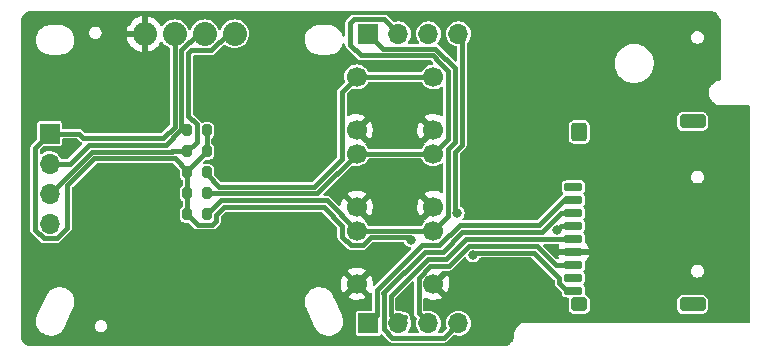
<source format=gbr>
%TF.GenerationSoftware,KiCad,Pcbnew,(6.0.5-0)*%
%TF.CreationDate,2022-10-09T22:43:54+09:00*%
%TF.ProjectId,qLAMP-lcd,714c414d-502d-46c6-9364-2e6b69636164,rev?*%
%TF.SameCoordinates,Original*%
%TF.FileFunction,Copper,L1,Top*%
%TF.FilePolarity,Positive*%
%FSLAX46Y46*%
G04 Gerber Fmt 4.6, Leading zero omitted, Abs format (unit mm)*
G04 Created by KiCad (PCBNEW (6.0.5-0)) date 2022-10-09 22:43:54*
%MOMM*%
%LPD*%
G01*
G04 APERTURE LIST*
G04 Aperture macros list*
%AMRoundRect*
0 Rectangle with rounded corners*
0 $1 Rounding radius*
0 $2 $3 $4 $5 $6 $7 $8 $9 X,Y pos of 4 corners*
0 Add a 4 corners polygon primitive as box body*
4,1,4,$2,$3,$4,$5,$6,$7,$8,$9,$2,$3,0*
0 Add four circle primitives for the rounded corners*
1,1,$1+$1,$2,$3*
1,1,$1+$1,$4,$5*
1,1,$1+$1,$6,$7*
1,1,$1+$1,$8,$9*
0 Add four rect primitives between the rounded corners*
20,1,$1+$1,$2,$3,$4,$5,0*
20,1,$1+$1,$4,$5,$6,$7,0*
20,1,$1+$1,$6,$7,$8,$9,0*
20,1,$1+$1,$8,$9,$2,$3,0*%
G04 Aperture macros list end*
%TA.AperFunction,ComponentPad*%
%ADD10O,2.032000X2.032000*%
%TD*%
%TA.AperFunction,ComponentPad*%
%ADD11R,1.700000X1.700000*%
%TD*%
%TA.AperFunction,ComponentPad*%
%ADD12O,1.700000X1.700000*%
%TD*%
%TA.AperFunction,SMDPad,CuDef*%
%ADD13RoundRect,0.200000X0.200000X0.275000X-0.200000X0.275000X-0.200000X-0.275000X0.200000X-0.275000X0*%
%TD*%
%TA.AperFunction,SMDPad,CuDef*%
%ADD14RoundRect,0.175000X0.625000X-0.175000X0.625000X0.175000X-0.625000X0.175000X-0.625000X-0.175000X0*%
%TD*%
%TA.AperFunction,SMDPad,CuDef*%
%ADD15RoundRect,0.298000X0.402000X-0.298000X0.402000X0.298000X-0.402000X0.298000X-0.402000X-0.298000X0*%
%TD*%
%TA.AperFunction,SMDPad,CuDef*%
%ADD16RoundRect,0.300000X0.800000X-0.300000X0.800000X0.300000X-0.800000X0.300000X-0.800000X-0.300000X0*%
%TD*%
%TA.AperFunction,SMDPad,CuDef*%
%ADD17RoundRect,0.350000X0.350000X-0.450000X0.350000X0.450000X-0.350000X0.450000X-0.350000X-0.450000X0*%
%TD*%
%TA.AperFunction,ComponentPad*%
%ADD18C,1.700000*%
%TD*%
%TA.AperFunction,SMDPad,CuDef*%
%ADD19RoundRect,0.200000X-0.200000X-0.275000X0.200000X-0.275000X0.200000X0.275000X-0.200000X0.275000X0*%
%TD*%
%TA.AperFunction,ViaPad*%
%ADD20C,0.800000*%
%TD*%
%TA.AperFunction,Conductor*%
%ADD21C,0.381000*%
%TD*%
G04 APERTURE END LIST*
D10*
%TO.P,D2,1,GND*%
%TO.N,GND*%
X142540004Y-90499993D03*
%TO.P,D2,2,VCC*%
%TO.N,3V3D*%
X145080004Y-90499993D03*
%TO.P,D2,3,SCL*%
%TO.N,I2C_SCL*%
X147620004Y-90499993D03*
%TO.P,D2,4,SDA*%
%TO.N,I2C_SDA*%
X150160004Y-90499993D03*
%TD*%
D11*
%TO.P,J1,1,Pin_1*%
%TO.N,TACT3*%
X161500000Y-90500000D03*
D12*
%TO.P,J1,2,Pin_2*%
%TO.N,TACT2*%
X164040000Y-90500000D03*
%TO.P,J1,3,Pin_3*%
%TO.N,TACT1*%
X166580000Y-90500000D03*
%TO.P,J1,4,Pin_4*%
%TO.N,SD_CD*%
X169120000Y-90500000D03*
%TD*%
D13*
%TO.P,R7,1*%
%TO.N,3V3D*%
X147814200Y-100460635D03*
%TO.P,R7,2*%
%TO.N,I2C_SDA*%
X146164200Y-100460635D03*
%TD*%
D14*
%TO.P,J4,1,DAT2*%
%TO.N,unconnected-(J4-Pad1)*%
X178850000Y-103460000D03*
%TO.P,J4,2,DAT3/CD*%
%TO.N,SD_CS*%
X178850000Y-104560000D03*
%TO.P,J4,3,CMD*%
%TO.N,MOSI*%
X178850000Y-105660000D03*
%TO.P,J4,4,VDD*%
%TO.N,3V3D*%
X178850000Y-106760000D03*
%TO.P,J4,5,CLK*%
%TO.N,SCLK*%
X178850000Y-107860000D03*
%TO.P,J4,6,VSS*%
%TO.N,GND*%
X178850000Y-108960000D03*
%TO.P,J4,7,DAT0*%
%TO.N,MISO*%
X178850000Y-110060000D03*
%TO.P,J4,8,DAT1*%
%TO.N,unconnected-(J4-Pad8)*%
X178850000Y-111160000D03*
%TO.P,J4,Cd,CD*%
%TO.N,SD_CD*%
X178850000Y-112260000D03*
D15*
%TO.P,J4,SHIELD*%
%TO.N,N/C*%
X179350000Y-113410000D03*
D16*
X188950000Y-97910000D03*
D17*
X179350000Y-98810000D03*
D16*
X188950000Y-113410000D03*
%TD*%
D11*
%TO.P,J3,1,Pin_1*%
%TO.N,3V3D*%
X134500000Y-98940000D03*
D12*
%TO.P,J3,2,Pin_2*%
%TO.N,I2C_SCL*%
X134500000Y-101480000D03*
%TO.P,J3,3,Pin_3*%
%TO.N,I2C_SDA*%
X134500000Y-104019999D03*
%TO.P,J3,4,Pin_4*%
%TO.N,GND*%
X134500000Y-106560000D03*
%TD*%
D18*
%TO.P,SW3,1,1*%
%TO.N,TACT3*%
X160500000Y-107150000D03*
%TO.P,SW3,2,2*%
X167000000Y-107150000D03*
%TO.P,SW3,3,3*%
%TO.N,GND*%
X160500000Y-111650000D03*
%TO.P,SW3,4,4*%
X167000000Y-111650000D03*
%TD*%
D19*
%TO.P,R11,1*%
%TO.N,3V3D*%
X146164200Y-105794635D03*
%TO.P,R11,2*%
%TO.N,TACT3*%
X147814200Y-105794635D03*
%TD*%
D13*
%TO.P,R5,1*%
%TO.N,3V3D*%
X147814200Y-98682635D03*
%TO.P,R5,2*%
%TO.N,I2C_SCL*%
X146164200Y-98682635D03*
%TD*%
D19*
%TO.P,R9,1*%
%TO.N,3V3D*%
X146164200Y-102238635D03*
%TO.P,R9,2*%
%TO.N,TACT1*%
X147814200Y-102238635D03*
%TD*%
D18*
%TO.P,SW2,1,1*%
%TO.N,TACT2*%
X160500000Y-100650000D03*
%TO.P,SW2,2,2*%
X167000000Y-100650000D03*
%TO.P,SW2,3,3*%
%TO.N,GND*%
X160500000Y-105150000D03*
%TO.P,SW2,4,4*%
X167000000Y-105150000D03*
%TD*%
%TO.P,SW1,1,1*%
%TO.N,TACT1*%
X160500000Y-94150000D03*
%TO.P,SW1,2,2*%
X167000000Y-94150000D03*
%TO.P,SW1,3,3*%
%TO.N,GND*%
X160500000Y-98650000D03*
%TO.P,SW1,4,4*%
X167000000Y-98650000D03*
%TD*%
D11*
%TO.P,J2,1,Pin_1*%
%TO.N,SD_CS*%
X161500000Y-115000000D03*
D12*
%TO.P,J2,2,Pin_2*%
%TO.N,SCLK*%
X164040000Y-115000000D03*
%TO.P,J2,3,Pin_3*%
%TO.N,MISO*%
X166580000Y-115000000D03*
%TO.P,J2,4,Pin_4*%
%TO.N,MOSI*%
X169120000Y-115000000D03*
%TD*%
D19*
%TO.P,R10,1*%
%TO.N,3V3D*%
X146164200Y-104016635D03*
%TO.P,R10,2*%
%TO.N,TACT2*%
X147814200Y-104016635D03*
%TD*%
D20*
%TO.N,3V3D*%
X177500000Y-107066800D03*
X165068177Y-107943200D03*
%TO.N,SD_CD*%
X170356382Y-109236920D03*
X169036411Y-105670305D03*
%TO.N,GND*%
X152960000Y-96150000D03*
X137710000Y-116030000D03*
X136380000Y-99950000D03*
X135180000Y-110070000D03*
X151450000Y-116100000D03*
X154900000Y-99210000D03*
X157740000Y-106900000D03*
X183680000Y-107590000D03*
X164690000Y-113180000D03*
X161640000Y-101890000D03*
X132980000Y-92710000D03*
X133050000Y-116090000D03*
X153740000Y-109470000D03*
X142120000Y-116140000D03*
X187130000Y-110170000D03*
X142150000Y-104030000D03*
X143260000Y-106220000D03*
X178640000Y-102220000D03*
X153970000Y-106470000D03*
X139820000Y-114320000D03*
X134990000Y-95280000D03*
X151280000Y-112280000D03*
X143870000Y-91940000D03*
X161670000Y-95440000D03*
X175390000Y-105600000D03*
X180340000Y-97150000D03*
X141090000Y-89510000D03*
X175840000Y-89420000D03*
X132960000Y-108550000D03*
X182920000Y-99580000D03*
X154980000Y-92520000D03*
X186560000Y-105350000D03*
X165450000Y-104100000D03*
X158520000Y-93530000D03*
X187730000Y-91600000D03*
X149930000Y-94860000D03*
X139850000Y-92040000D03*
X137660000Y-98290000D03*
X172850000Y-98580000D03*
X146940000Y-112330000D03*
X137190000Y-92800000D03*
X180870000Y-110510000D03*
X147260000Y-92780000D03*
X173410000Y-90930000D03*
X144020000Y-98050000D03*
X141130000Y-98310000D03*
X155750000Y-89700000D03*
X178260000Y-91670000D03*
X169840000Y-104700000D03*
X176070000Y-114530000D03*
X171520000Y-116030000D03*
X146200000Y-107250000D03*
X189920000Y-101270000D03*
X173430000Y-113700000D03*
X137090000Y-103830000D03*
X155700000Y-116140000D03*
X177350000Y-108940000D03*
X189900000Y-89360000D03*
X162200000Y-93240000D03*
X149970000Y-106340000D03*
X162090000Y-108700000D03*
X183750000Y-112250000D03*
X132990000Y-89670000D03*
X142080000Y-112330000D03*
X185310000Y-89460000D03*
X147110000Y-116140000D03*
X185400000Y-96860000D03*
X180720000Y-105230000D03*
X152740000Y-102420000D03*
X172880000Y-94720000D03*
X156310000Y-102340000D03*
X165690000Y-97690000D03*
X133110000Y-111960000D03*
X144770000Y-110070000D03*
X158280000Y-100370000D03*
X133040000Y-97480000D03*
X165380000Y-93240000D03*
X169890000Y-100880000D03*
X158400000Y-109790000D03*
X144680000Y-114100000D03*
X144560000Y-102100000D03*
X167290000Y-113380000D03*
X149090000Y-102390000D03*
X170470000Y-92100000D03*
X189780000Y-107460000D03*
X170830000Y-89420000D03*
X155700000Y-112240000D03*
X188500000Y-95500000D03*
X144090000Y-94920000D03*
X140040000Y-102020000D03*
X150630000Y-99180000D03*
X140060000Y-94630000D03*
X180430000Y-89430000D03*
X156770000Y-96290000D03*
X161300000Y-113390000D03*
X175020000Y-110760000D03*
X159350000Y-116190000D03*
X187720000Y-99450000D03*
X139040000Y-105940000D03*
X141990000Y-108590000D03*
X137500000Y-112040000D03*
X137150000Y-89530000D03*
X147260000Y-97020000D03*
X181470000Y-102100000D03*
X172390000Y-102070000D03*
X137600000Y-108680000D03*
X177430000Y-98780000D03*
X139730000Y-110370000D03*
X185470000Y-101920000D03*
X151930000Y-91610000D03*
X175630000Y-101280000D03*
X170850000Y-112010000D03*
X170440000Y-96370000D03*
X148800000Y-109630000D03*
X175570000Y-96000000D03*
%TD*%
D21*
%TO.N,3V3D*%
X135987751Y-103357751D02*
X136012752Y-106907248D01*
X133991833Y-107810000D02*
X135110000Y-107810000D01*
X138297784Y-101047719D02*
X145106636Y-101047719D01*
X137000000Y-98940000D02*
X137356559Y-99296559D01*
X178850000Y-106760000D02*
X177806800Y-106760000D01*
X161014956Y-108393211D02*
X159985044Y-108393211D01*
X133256789Y-100183211D02*
X133256789Y-107074956D01*
X145110000Y-101044355D02*
X146164200Y-102098555D01*
X146164200Y-105794635D02*
X146164200Y-102238635D01*
X157708571Y-105184075D02*
X149250264Y-105184075D01*
X145106636Y-101047719D02*
X145110000Y-101044355D01*
X147032420Y-106662855D02*
X146164200Y-105794635D01*
X133256789Y-107074956D02*
X133991833Y-107810000D01*
X146164200Y-102110635D02*
X147814200Y-100460635D01*
X145080004Y-98359996D02*
X145080004Y-90499993D01*
X146164200Y-102238635D02*
X146164200Y-102110635D01*
X135987751Y-106932249D02*
X135987751Y-103357751D01*
X134500000Y-98940000D02*
X137000000Y-98940000D01*
X159256789Y-107664956D02*
X159256789Y-106732293D01*
X136012752Y-103382752D02*
X136010000Y-103380000D01*
X137356559Y-99296559D02*
X144143441Y-99296559D01*
X165068177Y-107943200D02*
X164858697Y-107733720D01*
X159985044Y-108393211D02*
X159256789Y-107664956D01*
X146164200Y-102098555D02*
X146164200Y-102238635D01*
X149250264Y-105184075D02*
X148622169Y-105812170D01*
X161674447Y-107733720D02*
X161014956Y-108393211D01*
X177806800Y-106760000D02*
X177500000Y-107066800D01*
X134500000Y-98940000D02*
X133256789Y-100183211D01*
X136012752Y-106907248D02*
X136012752Y-103382752D01*
X148287145Y-106662855D02*
X147032420Y-106662855D01*
X148622169Y-106327831D02*
X148287145Y-106662855D01*
X144143441Y-99296559D02*
X145080004Y-98359996D01*
X136010000Y-103380000D02*
X136010000Y-103335503D01*
X159256789Y-106732293D02*
X157708571Y-105184075D01*
X135110000Y-107810000D02*
X135987751Y-106932249D01*
X148622169Y-105812170D02*
X148622169Y-106327831D01*
X147814200Y-100460635D02*
X147814200Y-98682635D01*
X136010000Y-103335503D02*
X138297784Y-101047719D01*
X164858697Y-107733720D02*
X161674447Y-107733720D01*
%TO.N,SD_CS*%
X161500000Y-115000000D02*
X162213069Y-114286931D01*
X164005631Y-110409690D02*
X166022112Y-108393211D01*
X166022112Y-108393211D02*
X167514956Y-108393211D01*
X162186281Y-113843212D02*
X162186281Y-112229041D01*
X178346416Y-104560000D02*
X178850000Y-104560000D01*
X162213069Y-113870000D02*
X162186281Y-113843212D01*
X175926965Y-106692560D02*
X178059525Y-104560000D01*
X162186281Y-112229041D02*
X164005631Y-110409690D01*
X178059525Y-104560000D02*
X178850000Y-104560000D01*
X162213069Y-114286931D02*
X162213069Y-113870000D01*
X169215607Y-106692560D02*
X175926965Y-106692560D01*
X167514956Y-108393211D02*
X169215607Y-106692560D01*
%TO.N,MOSI*%
X167803069Y-108976931D02*
X167803069Y-108930602D01*
X163525044Y-116243211D02*
X162796789Y-115514956D01*
X167803069Y-108930602D02*
X169457391Y-107276280D01*
X162796789Y-115514956D02*
X162796789Y-112497615D01*
X177785029Y-105660000D02*
X178850000Y-105660000D01*
X162770000Y-112470826D02*
X166263895Y-108976931D01*
X169457391Y-107276280D02*
X176168749Y-107276280D01*
X167876789Y-116243211D02*
X163525044Y-116243211D01*
X169120000Y-115000000D02*
X167876789Y-116243211D01*
X162796789Y-112497615D02*
X162770000Y-112470826D01*
X169120000Y-115000000D02*
X168591833Y-115000000D01*
X176168749Y-107276280D02*
X177785029Y-105660000D01*
X166263895Y-108976931D02*
X167803069Y-108976931D01*
%TO.N,SCLK*%
X163380509Y-114340509D02*
X163380509Y-112685821D01*
X164040000Y-115000000D02*
X164589350Y-114450650D01*
X163380509Y-112685821D02*
X166505679Y-109560651D01*
X166505679Y-109560651D02*
X168044853Y-109560651D01*
X168044853Y-109560651D02*
X169745504Y-107860000D01*
X169745504Y-107860000D02*
X178850000Y-107860000D01*
X164040000Y-115000000D02*
X163380509Y-114340509D01*
%TO.N,MISO*%
X177348229Y-110060000D02*
X178850000Y-110060000D01*
X168286637Y-110144371D02*
X169987288Y-108443720D01*
X166747463Y-110144371D02*
X168286637Y-110144371D01*
X169987288Y-108443720D02*
X175731949Y-108443720D01*
X166580000Y-115000000D02*
X165756789Y-114176789D01*
X175731949Y-108443720D02*
X177348229Y-110060000D01*
X165756789Y-111135044D02*
X166747463Y-110144371D01*
X165756789Y-114176789D02*
X165756789Y-111135044D01*
%TO.N,SD_CD*%
X169410650Y-99906281D02*
X169410651Y-90790651D01*
X177656780Y-111194055D02*
X175490165Y-109027440D01*
X168826931Y-105460825D02*
X168826931Y-100490000D01*
X178850000Y-112260000D02*
X178346416Y-112260000D01*
X168826931Y-100490000D02*
X169410650Y-99906281D01*
X175490165Y-109027440D02*
X175160000Y-109027440D01*
X177656780Y-111570364D02*
X177656780Y-111194055D01*
X178346416Y-112260000D02*
X177656780Y-111570364D01*
X173217440Y-109027440D02*
X170565862Y-109027440D01*
X169410651Y-90790651D02*
X169120000Y-90500000D01*
X175160000Y-109027440D02*
X173217440Y-109027440D01*
X170565862Y-109027440D02*
X170356382Y-109236920D01*
X169036411Y-105670305D02*
X168826931Y-105460825D01*
%TO.N,TACT1*%
X159256789Y-95393211D02*
X160500000Y-94150000D01*
X147814200Y-102238635D02*
X147814200Y-102374200D01*
X148872915Y-103432915D02*
X156891581Y-103432915D01*
X156891581Y-103432915D02*
X159256789Y-101067707D01*
X147814200Y-102374200D02*
X148872915Y-103432915D01*
X159256789Y-101067707D02*
X159256789Y-95393211D01*
X160500000Y-94150000D02*
X167000000Y-94150000D01*
%TO.N,TACT2*%
X160500000Y-100650000D02*
X167000000Y-100650000D01*
X168243211Y-99406789D02*
X167000000Y-100650000D01*
X160840509Y-92326931D02*
X159940000Y-91426422D01*
X167514957Y-92906789D02*
X168243211Y-93635044D01*
X147814200Y-104016635D02*
X157133365Y-104016635D01*
X160500000Y-100980000D02*
X160500000Y-100650000D01*
X167514957Y-92906789D02*
X166935099Y-92326931D01*
X162796789Y-89256789D02*
X164040000Y-90500000D01*
X168243211Y-93635044D02*
X168243211Y-99406789D01*
X159940000Y-91426422D02*
X159940000Y-89573578D01*
X157133365Y-104016635D02*
X160500000Y-100650000D01*
X167514956Y-92906789D02*
X167514957Y-92906789D01*
X159940000Y-89573578D02*
X160256789Y-89256789D01*
X166935099Y-92326931D02*
X160840509Y-92326931D01*
X160256789Y-89256789D02*
X162796789Y-89256789D01*
%TO.N,TACT3*%
X147814200Y-105794635D02*
X149008480Y-104600355D01*
X162743211Y-91743211D02*
X161500000Y-90500000D01*
X167176882Y-91743211D02*
X162743211Y-91743211D01*
X168826931Y-93393260D02*
X167176882Y-91743211D01*
X160500000Y-107150000D02*
X167000000Y-107150000D01*
X168826931Y-99648573D02*
X168826931Y-93393260D01*
X168243211Y-100232293D02*
X168826931Y-99648573D01*
X149008480Y-104600355D02*
X157950355Y-104600355D01*
X167000000Y-107150000D02*
X168243211Y-105906789D01*
X157950355Y-104600355D02*
X160500000Y-107150000D01*
X168243211Y-105906789D02*
X168243211Y-100232293D01*
%TO.N,GND*%
X177370000Y-108960000D02*
X177350000Y-108940000D01*
X178850000Y-108960000D02*
X177370000Y-108960000D01*
%TO.N,I2C_SCL*%
X147620004Y-90570004D02*
X147626640Y-90570004D01*
X145663724Y-98601780D02*
X145582869Y-98682635D01*
X134500000Y-101480000D02*
X136214495Y-101480000D01*
X147620004Y-90499993D02*
X147072930Y-90499993D01*
X144385226Y-99880278D02*
X145582869Y-98682635D01*
X147072930Y-90499993D02*
X145663724Y-91909199D01*
X145582869Y-98682635D02*
X146164200Y-98682635D01*
X147620004Y-90499993D02*
X147620004Y-90563368D01*
X147620004Y-90499993D02*
X147620004Y-90570004D01*
X145663724Y-91909199D02*
X145663724Y-98601780D01*
X137814216Y-99880279D02*
X144385226Y-99880278D01*
X136214495Y-101480000D02*
X137814216Y-99880279D01*
%TO.N,I2C_SDA*%
X146489223Y-91909204D02*
X148203719Y-91909204D01*
X134500000Y-104019999D02*
X138056000Y-100463999D01*
X146957420Y-99667415D02*
X146957420Y-98161916D01*
X146957420Y-98161916D02*
X146247444Y-97451940D01*
X146247444Y-97451940D02*
X146247444Y-92150983D01*
X146164200Y-100460635D02*
X146957420Y-99667415D01*
X146247444Y-92150983D02*
X146489223Y-91909204D01*
X144868215Y-100460636D02*
X146164200Y-100460635D01*
X148203719Y-91909204D02*
X149612930Y-90499993D01*
X144864852Y-100463999D02*
X144868215Y-100460636D01*
X149612930Y-90499993D02*
X150160004Y-90499993D01*
X138056000Y-100463999D02*
X144864852Y-100463999D01*
%TD*%
%TA.AperFunction,Conductor*%
%TO.N,GND*%
G36*
X190378955Y-88552077D02*
G01*
X190381691Y-88551633D01*
X190389000Y-88554661D01*
X190397294Y-88551226D01*
X190542900Y-88563964D01*
X190564524Y-88567777D01*
X190703101Y-88604909D01*
X190723739Y-88612421D01*
X190853760Y-88673051D01*
X190872780Y-88684033D01*
X190990300Y-88766321D01*
X191007125Y-88780439D01*
X191108561Y-88881875D01*
X191122679Y-88898700D01*
X191204967Y-89016220D01*
X191215949Y-89035240D01*
X191276579Y-89165261D01*
X191284091Y-89185898D01*
X191312992Y-89293756D01*
X191321222Y-89324472D01*
X191325036Y-89346100D01*
X191335149Y-89461697D01*
X191337774Y-89491706D01*
X191332784Y-89492143D01*
X191333394Y-89494221D01*
X191333825Y-89497217D01*
X191334380Y-89499900D01*
X191334339Y-89500000D01*
X191334463Y-89500298D01*
X191337739Y-89516132D01*
X191337228Y-89520884D01*
X191338500Y-89529726D01*
X191338500Y-94334815D01*
X191318498Y-94402936D01*
X191264842Y-94449429D01*
X191224128Y-94460277D01*
X191200946Y-94462425D01*
X191200942Y-94462426D01*
X191195144Y-94462963D01*
X191189543Y-94464557D01*
X191189541Y-94464557D01*
X191145637Y-94477049D01*
X191007890Y-94516242D01*
X190833614Y-94603021D01*
X190678251Y-94720346D01*
X190674326Y-94724652D01*
X190551014Y-94859917D01*
X190551011Y-94859922D01*
X190547092Y-94864220D01*
X190544026Y-94869171D01*
X190544025Y-94869173D01*
X190512214Y-94920550D01*
X190444603Y-95029746D01*
X190374274Y-95211286D01*
X190338500Y-95402657D01*
X190338500Y-95597343D01*
X190374274Y-95788714D01*
X190444603Y-95970254D01*
X190547092Y-96135780D01*
X190551011Y-96140078D01*
X190551014Y-96140083D01*
X190579562Y-96171398D01*
X190678251Y-96279654D01*
X190833614Y-96396979D01*
X191007890Y-96483758D01*
X191100278Y-96510045D01*
X191189544Y-96535444D01*
X191189548Y-96535445D01*
X191195144Y-96537037D01*
X191200939Y-96537574D01*
X191370963Y-96553329D01*
X191370964Y-96553329D01*
X191389000Y-96555000D01*
X191389000Y-96554661D01*
X191390544Y-96554022D01*
X191399045Y-96554809D01*
X191399045Y-96550500D01*
X193712500Y-96550500D01*
X193780621Y-96570502D01*
X193827114Y-96624158D01*
X193838500Y-96676500D01*
X193838500Y-114823500D01*
X193818498Y-114891621D01*
X193764842Y-114938114D01*
X193712500Y-114949500D01*
X174899045Y-114949500D01*
X174899045Y-114947922D01*
X174896307Y-114948366D01*
X174889000Y-114945339D01*
X174888547Y-114945527D01*
X174863978Y-114947676D01*
X174863977Y-114947676D01*
X174772243Y-114955702D01*
X174705886Y-114961507D01*
X174594470Y-114991361D01*
X174533645Y-115007659D01*
X174533643Y-115007660D01*
X174528335Y-115009082D01*
X174523355Y-115011404D01*
X174523353Y-115011405D01*
X174366725Y-115084442D01*
X174366722Y-115084444D01*
X174361744Y-115086765D01*
X174211172Y-115192196D01*
X174081196Y-115322172D01*
X173975765Y-115472744D01*
X173973444Y-115477722D01*
X173973442Y-115477725D01*
X173900405Y-115634353D01*
X173898082Y-115639335D01*
X173850507Y-115816886D01*
X173834527Y-115999546D01*
X173834339Y-116000000D01*
X173837774Y-116008294D01*
X173833376Y-116058566D01*
X173825036Y-116153897D01*
X173821222Y-116175528D01*
X173784091Y-116314101D01*
X173776579Y-116334739D01*
X173715949Y-116464760D01*
X173704967Y-116483780D01*
X173622679Y-116601300D01*
X173608561Y-116618125D01*
X173507125Y-116719561D01*
X173490300Y-116733679D01*
X173372780Y-116815967D01*
X173353760Y-116826949D01*
X173223739Y-116887579D01*
X173203102Y-116895091D01*
X173064524Y-116932223D01*
X173042900Y-116936036D01*
X172897294Y-116948774D01*
X172896857Y-116943784D01*
X172894779Y-116944394D01*
X172891783Y-116944825D01*
X172889100Y-116945380D01*
X172889000Y-116945339D01*
X172888702Y-116945463D01*
X172872868Y-116948739D01*
X172868116Y-116948228D01*
X172859274Y-116949500D01*
X133010045Y-116949500D01*
X133010045Y-116947923D01*
X133007309Y-116948367D01*
X133000000Y-116945339D01*
X132991706Y-116948774D01*
X132846100Y-116936036D01*
X132824476Y-116932223D01*
X132685898Y-116895091D01*
X132665261Y-116887579D01*
X132535240Y-116826949D01*
X132516220Y-116815967D01*
X132398700Y-116733679D01*
X132381875Y-116719561D01*
X132280439Y-116618125D01*
X132266321Y-116601300D01*
X132184033Y-116483780D01*
X132173051Y-116464760D01*
X132112421Y-116334739D01*
X132104909Y-116314101D01*
X132067778Y-116175528D01*
X132063964Y-116153897D01*
X132055056Y-116052067D01*
X132051226Y-116008294D01*
X132056216Y-116007857D01*
X132055606Y-116005779D01*
X132055175Y-116002783D01*
X132054620Y-116000100D01*
X132054661Y-116000000D01*
X132054537Y-115999702D01*
X132051261Y-115983868D01*
X132051772Y-115979116D01*
X132050500Y-115970274D01*
X132050500Y-114696759D01*
X133348709Y-114696759D01*
X133349275Y-114780976D01*
X133350052Y-114896572D01*
X133350209Y-114919977D01*
X133351239Y-114925488D01*
X133351239Y-114925489D01*
X133385908Y-115111006D01*
X133391214Y-115139402D01*
X133470427Y-115348097D01*
X133473313Y-115352903D01*
X133473315Y-115352907D01*
X133582459Y-115534661D01*
X133582462Y-115534665D01*
X133585345Y-115539466D01*
X133732336Y-115707461D01*
X133906753Y-115846772D01*
X134103083Y-115952993D01*
X134182465Y-115979116D01*
X134309795Y-116021018D01*
X134309799Y-116021019D01*
X134315120Y-116022770D01*
X134320670Y-116023551D01*
X134320672Y-116023552D01*
X134382054Y-116032195D01*
X134536163Y-116053895D01*
X134541773Y-116053681D01*
X134541774Y-116053681D01*
X134753617Y-116045597D01*
X134759224Y-116045383D01*
X134977252Y-115997507D01*
X135183357Y-115911777D01*
X135188069Y-115908742D01*
X135188073Y-115908740D01*
X135366314Y-115793938D01*
X135371023Y-115790905D01*
X135534317Y-115638710D01*
X135661113Y-115469311D01*
X135665304Y-115463712D01*
X135665305Y-115463710D01*
X135668080Y-115460003D01*
X135695086Y-115410087D01*
X135702043Y-115395247D01*
X135774816Y-115240000D01*
X138319965Y-115240000D01*
X138338026Y-115377183D01*
X138390976Y-115505017D01*
X138406897Y-115525765D01*
X138470180Y-115608238D01*
X138470183Y-115608241D01*
X138475209Y-115614791D01*
X138481759Y-115619817D01*
X138481760Y-115619818D01*
X138516848Y-115646742D01*
X138584982Y-115699024D01*
X138592611Y-115702184D01*
X138705189Y-115748815D01*
X138705193Y-115748816D01*
X138712817Y-115751974D01*
X138720997Y-115753051D01*
X138721001Y-115753052D01*
X138841812Y-115768957D01*
X138850000Y-115770035D01*
X138858188Y-115768957D01*
X138978999Y-115753052D01*
X138979003Y-115753051D01*
X138987183Y-115751974D01*
X138994807Y-115748816D01*
X138994811Y-115748815D01*
X139107389Y-115702184D01*
X139115018Y-115699024D01*
X139183152Y-115646742D01*
X139218240Y-115619818D01*
X139218241Y-115619817D01*
X139224791Y-115614791D01*
X139229817Y-115608241D01*
X139229820Y-115608238D01*
X139293103Y-115525765D01*
X139309024Y-115505017D01*
X139361974Y-115377183D01*
X139380035Y-115240000D01*
X139361974Y-115102817D01*
X139309024Y-114974983D01*
X139245058Y-114891621D01*
X139229820Y-114871762D01*
X139229817Y-114871759D01*
X139224791Y-114865209D01*
X139186287Y-114835663D01*
X139121568Y-114786002D01*
X139115018Y-114780976D01*
X139098164Y-114773995D01*
X138994811Y-114731185D01*
X138994807Y-114731184D01*
X138987183Y-114728026D01*
X138979003Y-114726949D01*
X138978999Y-114726948D01*
X138858188Y-114711043D01*
X138850000Y-114709965D01*
X138712817Y-114728026D01*
X138584983Y-114780976D01*
X138475209Y-114865209D01*
X138390976Y-114974983D01*
X138338026Y-115102817D01*
X138319965Y-115240000D01*
X135774816Y-115240000D01*
X136349740Y-114013506D01*
X136506305Y-113679503D01*
X136563247Y-113523183D01*
X136601299Y-113303227D01*
X136600328Y-113158722D01*
X156095139Y-113158722D01*
X156107659Y-113381594D01*
X156159447Y-113598726D01*
X156180537Y-113651415D01*
X156181301Y-113653046D01*
X156181305Y-113653054D01*
X156633811Y-114618393D01*
X156991755Y-115382000D01*
X156993164Y-115384420D01*
X156993168Y-115384427D01*
X157029527Y-115446859D01*
X157075479Y-115525765D01*
X157220200Y-115695720D01*
X157392729Y-115837362D01*
X157397628Y-115840098D01*
X157397629Y-115840099D01*
X157462141Y-115876131D01*
X157587614Y-115946212D01*
X157592915Y-115948036D01*
X157592920Y-115948038D01*
X157725191Y-115993544D01*
X157798694Y-116018832D01*
X158019298Y-116052923D01*
X158024895Y-116052785D01*
X158024899Y-116052785D01*
X158117650Y-116050494D01*
X158242453Y-116047411D01*
X158263014Y-116043185D01*
X158273376Y-116041055D01*
X158461106Y-116002469D01*
X158466310Y-116000386D01*
X158466313Y-116000385D01*
X158663133Y-115921602D01*
X158663134Y-115921601D01*
X158668344Y-115919516D01*
X158680722Y-115911777D01*
X158852863Y-115804149D01*
X158852865Y-115804147D01*
X158857616Y-115801177D01*
X159022943Y-115651190D01*
X159159094Y-115474296D01*
X159213643Y-115368994D01*
X159259188Y-115281074D01*
X159259189Y-115281071D01*
X159261770Y-115276089D01*
X159275464Y-115231812D01*
X159312824Y-115111006D01*
X159327723Y-115062831D01*
X159334024Y-115011405D01*
X159354187Y-114846835D01*
X159354187Y-114846830D01*
X159354869Y-114841265D01*
X159342349Y-114618393D01*
X159290561Y-114401260D01*
X159280199Y-114375372D01*
X159270137Y-114350235D01*
X159270133Y-114350225D01*
X159269471Y-114348572D01*
X159264299Y-114337537D01*
X158641346Y-113008583D01*
X158531784Y-112774853D01*
X159739977Y-112774853D01*
X159745258Y-112781907D01*
X159906756Y-112876279D01*
X159916042Y-112880729D01*
X160115001Y-112956703D01*
X160124899Y-112959579D01*
X160333595Y-113002038D01*
X160343823Y-113003257D01*
X160556650Y-113011062D01*
X160566936Y-113010595D01*
X160778185Y-112983534D01*
X160788262Y-112981392D01*
X160992255Y-112920191D01*
X161001842Y-112916433D01*
X161193098Y-112822738D01*
X161201944Y-112817465D01*
X161249247Y-112783723D01*
X161257648Y-112773023D01*
X161250660Y-112759870D01*
X160512812Y-112022022D01*
X160498868Y-112014408D01*
X160497035Y-112014539D01*
X160490420Y-112018790D01*
X159746737Y-112762473D01*
X159739977Y-112774853D01*
X158531784Y-112774853D01*
X158458253Y-112617987D01*
X158454847Y-112612137D01*
X158410668Y-112536277D01*
X158374529Y-112474221D01*
X158229809Y-112304266D01*
X158113865Y-112209080D01*
X158061617Y-112166186D01*
X158061615Y-112166184D01*
X158057279Y-112162625D01*
X157862394Y-112053774D01*
X157850442Y-112049662D01*
X157656625Y-111982982D01*
X157656623Y-111982982D01*
X157651314Y-111981155D01*
X157430710Y-111947063D01*
X157425113Y-111947201D01*
X157425109Y-111947201D01*
X157332358Y-111949492D01*
X157207555Y-111952575D01*
X157202063Y-111953704D01*
X157202062Y-111953704D01*
X157164641Y-111961396D01*
X156988902Y-111997518D01*
X156983697Y-111999601D01*
X156983695Y-111999602D01*
X156860015Y-112049108D01*
X156781664Y-112080470D01*
X156776905Y-112083445D01*
X156776904Y-112083446D01*
X156715839Y-112121626D01*
X156592392Y-112198810D01*
X156588245Y-112202572D01*
X156588240Y-112202576D01*
X156476150Y-112304266D01*
X156427065Y-112348797D01*
X156290914Y-112525690D01*
X156288338Y-112530663D01*
X156288336Y-112530666D01*
X156228031Y-112647081D01*
X156188239Y-112723897D01*
X156186582Y-112729256D01*
X156186580Y-112729260D01*
X156169737Y-112783723D01*
X156122286Y-112937155D01*
X156121603Y-112942726D01*
X156121603Y-112942728D01*
X156104096Y-113085620D01*
X156095139Y-113158722D01*
X136600328Y-113158722D01*
X136599799Y-113080009D01*
X136558795Y-112860584D01*
X136479582Y-112651888D01*
X136476699Y-112647087D01*
X136476696Y-112647081D01*
X136367549Y-112465325D01*
X136364663Y-112460519D01*
X136217672Y-112292524D01*
X136043255Y-112153213D01*
X135846925Y-112046992D01*
X135742940Y-112012773D01*
X135640213Y-111978968D01*
X135640210Y-111978967D01*
X135634888Y-111977216D01*
X135629338Y-111976435D01*
X135629336Y-111976434D01*
X135551324Y-111965449D01*
X135413845Y-111946091D01*
X135408236Y-111946305D01*
X135408235Y-111946305D01*
X135196391Y-111954388D01*
X135196390Y-111954388D01*
X135190784Y-111954602D01*
X134972756Y-112002478D01*
X134766652Y-112088208D01*
X134761940Y-112091243D01*
X134761936Y-112091245D01*
X134651112Y-112162625D01*
X134578986Y-112209080D01*
X134415691Y-112361276D01*
X134412328Y-112365769D01*
X134412327Y-112365770D01*
X134292626Y-112525690D01*
X134281928Y-112539982D01*
X134254922Y-112589898D01*
X134254156Y-112591531D01*
X134254152Y-112591540D01*
X133524927Y-114147207D01*
X133443703Y-114320483D01*
X133442744Y-114323117D01*
X133442741Y-114323123D01*
X133414077Y-114401814D01*
X133386761Y-114476802D01*
X133385805Y-114482326D01*
X133385804Y-114482331D01*
X133372755Y-114557763D01*
X133348709Y-114696759D01*
X132050500Y-114696759D01*
X132050500Y-111621863D01*
X159138050Y-111621863D01*
X159150309Y-111834477D01*
X159151745Y-111844697D01*
X159198565Y-112052446D01*
X159201645Y-112062275D01*
X159281770Y-112259603D01*
X159286413Y-112268794D01*
X159366460Y-112399420D01*
X159376916Y-112408880D01*
X159385694Y-112405096D01*
X160127978Y-111662812D01*
X160135592Y-111648868D01*
X160135461Y-111647035D01*
X160131210Y-111640420D01*
X159389849Y-110899059D01*
X159378313Y-110892759D01*
X159366031Y-110902382D01*
X159318089Y-110972662D01*
X159313004Y-110981613D01*
X159223338Y-111174783D01*
X159219775Y-111184470D01*
X159162864Y-111389681D01*
X159160933Y-111399800D01*
X159138302Y-111611574D01*
X159138050Y-111621863D01*
X132050500Y-111621863D01*
X132050500Y-110526427D01*
X159741223Y-110526427D01*
X159747968Y-110538758D01*
X160487188Y-111277978D01*
X160501132Y-111285592D01*
X160502965Y-111285461D01*
X160509580Y-111281210D01*
X161253389Y-110537401D01*
X161260410Y-110524544D01*
X161253611Y-110515213D01*
X161249554Y-110512518D01*
X161063117Y-110409599D01*
X161053705Y-110405369D01*
X160852959Y-110334280D01*
X160842989Y-110331646D01*
X160633327Y-110294301D01*
X160623073Y-110293331D01*
X160410116Y-110290728D01*
X160399832Y-110291448D01*
X160189321Y-110323661D01*
X160179293Y-110326050D01*
X159976868Y-110392212D01*
X159967359Y-110396209D01*
X159778466Y-110494540D01*
X159769734Y-110500039D01*
X159749677Y-110515099D01*
X159741223Y-110526427D01*
X132050500Y-110526427D01*
X132050500Y-107137391D01*
X132862589Y-107137391D01*
X132869233Y-107157838D01*
X132873846Y-107177056D01*
X132875042Y-107184605D01*
X132877209Y-107198289D01*
X132881709Y-107207120D01*
X132886966Y-107217437D01*
X132894532Y-107235704D01*
X132898110Y-107246717D01*
X132898113Y-107246723D01*
X132901176Y-107256150D01*
X132907005Y-107264173D01*
X132907006Y-107264175D01*
X132913809Y-107273539D01*
X132924140Y-107290396D01*
X132933899Y-107309549D01*
X133757240Y-108132890D01*
X133774700Y-108141786D01*
X133776393Y-108142649D01*
X133793250Y-108152980D01*
X133802614Y-108159783D01*
X133802616Y-108159784D01*
X133810639Y-108165613D01*
X133820066Y-108168676D01*
X133820072Y-108168679D01*
X133831085Y-108172257D01*
X133849349Y-108179822D01*
X133868500Y-108189580D01*
X133878290Y-108191131D01*
X133878291Y-108191131D01*
X133889733Y-108192943D01*
X133908950Y-108197556D01*
X133929397Y-108204200D01*
X135172435Y-108204200D01*
X135192882Y-108197556D01*
X135212100Y-108192943D01*
X135223542Y-108191131D01*
X135223544Y-108191130D01*
X135233333Y-108189580D01*
X135252484Y-108179822D01*
X135270748Y-108172257D01*
X135281761Y-108168679D01*
X135281767Y-108168676D01*
X135291194Y-108165613D01*
X135299217Y-108159784D01*
X135299219Y-108159783D01*
X135308583Y-108152980D01*
X135325440Y-108142649D01*
X135327133Y-108141786D01*
X135344593Y-108132890D01*
X136247935Y-107229548D01*
X136248520Y-107229045D01*
X136249613Y-107228478D01*
X136292252Y-107185234D01*
X136292878Y-107184605D01*
X136335642Y-107141841D01*
X136336288Y-107140573D01*
X136337286Y-107139561D01*
X136364420Y-107085368D01*
X136364794Y-107084627D01*
X136382227Y-107050414D01*
X136392332Y-107030581D01*
X136392555Y-107029175D01*
X136393191Y-107027904D01*
X136400625Y-106978734D01*
X136402243Y-106968031D01*
X136402378Y-106967157D01*
X136406257Y-106942661D01*
X136406952Y-106938274D01*
X136406952Y-106936879D01*
X136407161Y-106935497D01*
X136406955Y-106906250D01*
X136406952Y-106905363D01*
X136406952Y-103548224D01*
X136426954Y-103480103D01*
X136443857Y-103459129D01*
X138424162Y-101478824D01*
X138486474Y-101444798D01*
X138513257Y-101441919D01*
X144897891Y-101441919D01*
X144966012Y-101461921D01*
X144986986Y-101478824D01*
X145523595Y-102015433D01*
X145557621Y-102077745D01*
X145560500Y-102104528D01*
X145560500Y-102545405D01*
X145575473Y-102639940D01*
X145633529Y-102753882D01*
X145723953Y-102844306D01*
X145723325Y-102844934D01*
X145761415Y-102894329D01*
X145770000Y-102940043D01*
X145770000Y-103315227D01*
X145749998Y-103383348D01*
X145723934Y-103410945D01*
X145723953Y-103410964D01*
X145633529Y-103501388D01*
X145575473Y-103615330D01*
X145560500Y-103709865D01*
X145560500Y-104323405D01*
X145561275Y-104328295D01*
X145572483Y-104399059D01*
X145575473Y-104417940D01*
X145633529Y-104531882D01*
X145723953Y-104622306D01*
X145723325Y-104622934D01*
X145761415Y-104672329D01*
X145770000Y-104718043D01*
X145770000Y-105093227D01*
X145749998Y-105161348D01*
X145723934Y-105188945D01*
X145723953Y-105188964D01*
X145633529Y-105279388D01*
X145575473Y-105393330D01*
X145560500Y-105487865D01*
X145560500Y-106101405D01*
X145575473Y-106195940D01*
X145633529Y-106309882D01*
X145723953Y-106400306D01*
X145837895Y-106458362D01*
X145847685Y-106459913D01*
X145847686Y-106459913D01*
X145872696Y-106463874D01*
X145932430Y-106473335D01*
X146233227Y-106473335D01*
X146301348Y-106493337D01*
X146322322Y-106510240D01*
X146797827Y-106985745D01*
X146815287Y-106994641D01*
X146816980Y-106995504D01*
X146833837Y-107005835D01*
X146843201Y-107012638D01*
X146843203Y-107012639D01*
X146851226Y-107018468D01*
X146860653Y-107021531D01*
X146860659Y-107021534D01*
X146871672Y-107025112D01*
X146889936Y-107032677D01*
X146909087Y-107042435D01*
X146918877Y-107043986D01*
X146918878Y-107043986D01*
X146930320Y-107045798D01*
X146949537Y-107050411D01*
X146969984Y-107057055D01*
X148349580Y-107057055D01*
X148370027Y-107050411D01*
X148389245Y-107045798D01*
X148400687Y-107043986D01*
X148400689Y-107043985D01*
X148410478Y-107042435D01*
X148429629Y-107032677D01*
X148447893Y-107025112D01*
X148458906Y-107021534D01*
X148458912Y-107021531D01*
X148468339Y-107018468D01*
X148476362Y-107012639D01*
X148476364Y-107012638D01*
X148485728Y-107005835D01*
X148502585Y-106995504D01*
X148504278Y-106994641D01*
X148521738Y-106985745D01*
X148945059Y-106562424D01*
X148954818Y-106543271D01*
X148965149Y-106526414D01*
X148971952Y-106517050D01*
X148971953Y-106517048D01*
X148977782Y-106509025D01*
X148980845Y-106499598D01*
X148980848Y-106499592D01*
X148984426Y-106488579D01*
X148991992Y-106470312D01*
X148994251Y-106465880D01*
X149001749Y-106451164D01*
X149005112Y-106429930D01*
X149009725Y-106410714D01*
X149016369Y-106390267D01*
X149016369Y-106027643D01*
X149036371Y-105959522D01*
X149053274Y-105938548D01*
X149376642Y-105615180D01*
X149438954Y-105581154D01*
X149465737Y-105578275D01*
X157493098Y-105578275D01*
X157561219Y-105598277D01*
X157582193Y-105615180D01*
X158825684Y-106858671D01*
X158859710Y-106920983D01*
X158862589Y-106947766D01*
X158862589Y-107727391D01*
X158869233Y-107747838D01*
X158873846Y-107767056D01*
X158877209Y-107788289D01*
X158881709Y-107797120D01*
X158886966Y-107807437D01*
X158894532Y-107825704D01*
X158898110Y-107836717D01*
X158898113Y-107836723D01*
X158901176Y-107846150D01*
X158907005Y-107854173D01*
X158907006Y-107854175D01*
X158913809Y-107863539D01*
X158924140Y-107880396D01*
X158933899Y-107899549D01*
X159750451Y-108716101D01*
X159767911Y-108724997D01*
X159769604Y-108725860D01*
X159786461Y-108736191D01*
X159795825Y-108742994D01*
X159795827Y-108742995D01*
X159803850Y-108748824D01*
X159813277Y-108751887D01*
X159813283Y-108751890D01*
X159824296Y-108755468D01*
X159842560Y-108763033D01*
X159861711Y-108772791D01*
X159871500Y-108774341D01*
X159871502Y-108774342D01*
X159882944Y-108776154D01*
X159902162Y-108780767D01*
X159922609Y-108787411D01*
X161077391Y-108787411D01*
X161097838Y-108780767D01*
X161117056Y-108776154D01*
X161128498Y-108774342D01*
X161128500Y-108774341D01*
X161138289Y-108772791D01*
X161157440Y-108763033D01*
X161175704Y-108755468D01*
X161186717Y-108751890D01*
X161186723Y-108751887D01*
X161196150Y-108748824D01*
X161204173Y-108742995D01*
X161204175Y-108742994D01*
X161213539Y-108736191D01*
X161230396Y-108725860D01*
X161232089Y-108724997D01*
X161249549Y-108716101D01*
X161800825Y-108164825D01*
X161863137Y-108130799D01*
X161889920Y-108127920D01*
X164407060Y-108127920D01*
X164475181Y-108147922D01*
X164523469Y-108205702D01*
X164540846Y-108247654D01*
X164637613Y-108373764D01*
X164763722Y-108470531D01*
X164823689Y-108495370D01*
X164902950Y-108528201D01*
X164902953Y-108528202D01*
X164910580Y-108531361D01*
X165024778Y-108546395D01*
X165089704Y-108575117D01*
X165128796Y-108634382D01*
X165129641Y-108705374D01*
X165097426Y-108760412D01*
X163748828Y-110109009D01*
X162076760Y-111781078D01*
X162014448Y-111815104D01*
X161943632Y-111810039D01*
X161886797Y-111767492D01*
X161861986Y-111700972D01*
X161861703Y-111688904D01*
X161862572Y-111653364D01*
X161862378Y-111646646D01*
X161844781Y-111432604D01*
X161843096Y-111422424D01*
X161791214Y-111215875D01*
X161787894Y-111206124D01*
X161702972Y-111010814D01*
X161698105Y-111001739D01*
X161633063Y-110901197D01*
X161622377Y-110891995D01*
X161612812Y-110896398D01*
X160872022Y-111637188D01*
X160864408Y-111651132D01*
X160864539Y-111652965D01*
X160868790Y-111659580D01*
X161610474Y-112401264D01*
X161624418Y-112408878D01*
X161657091Y-112406541D01*
X161726465Y-112421632D01*
X161776668Y-112471834D01*
X161792081Y-112532220D01*
X161792081Y-113820300D01*
X161772079Y-113888421D01*
X161718423Y-113934914D01*
X161666081Y-113946300D01*
X160629936Y-113946300D01*
X160570520Y-113958119D01*
X160503140Y-114003140D01*
X160458119Y-114070520D01*
X160446300Y-114129936D01*
X160446300Y-115870064D01*
X160458119Y-115929480D01*
X160503140Y-115996860D01*
X160520253Y-116008294D01*
X160556024Y-116032195D01*
X160570520Y-116041881D01*
X160629936Y-116053700D01*
X162370064Y-116053700D01*
X162429480Y-116041881D01*
X162443977Y-116032195D01*
X162479747Y-116008294D01*
X162496860Y-115996860D01*
X162503752Y-115986545D01*
X162512531Y-115977766D01*
X162514155Y-115979390D01*
X162555898Y-115944502D01*
X162626341Y-115935652D01*
X162695285Y-115970935D01*
X163290451Y-116566101D01*
X163307911Y-116574997D01*
X163309604Y-116575860D01*
X163326461Y-116586191D01*
X163335825Y-116592994D01*
X163335827Y-116592995D01*
X163343850Y-116598824D01*
X163353277Y-116601887D01*
X163353283Y-116601890D01*
X163364296Y-116605468D01*
X163382560Y-116613033D01*
X163401711Y-116622791D01*
X163411500Y-116624341D01*
X163411502Y-116624342D01*
X163422944Y-116626154D01*
X163442162Y-116630767D01*
X163462609Y-116637411D01*
X167939224Y-116637411D01*
X167959671Y-116630767D01*
X167978889Y-116626154D01*
X167990331Y-116624342D01*
X167990333Y-116624341D01*
X168000122Y-116622791D01*
X168019273Y-116613033D01*
X168037537Y-116605468D01*
X168048550Y-116601890D01*
X168048556Y-116601887D01*
X168057983Y-116598824D01*
X168066006Y-116592995D01*
X168066008Y-116592994D01*
X168075372Y-116586191D01*
X168092229Y-116575860D01*
X168093922Y-116574997D01*
X168111382Y-116566101D01*
X168649913Y-116027570D01*
X168712225Y-115993544D01*
X168777944Y-115996832D01*
X168892639Y-116034099D01*
X169097826Y-116058566D01*
X169103961Y-116058094D01*
X169103963Y-116058094D01*
X169297715Y-116043185D01*
X169297718Y-116043184D01*
X169303858Y-116042712D01*
X169502887Y-115987143D01*
X169687332Y-115893973D01*
X169717935Y-115870064D01*
X169845307Y-115770550D01*
X169845308Y-115770549D01*
X169850168Y-115766752D01*
X169985191Y-115610325D01*
X170087260Y-115430652D01*
X170152486Y-115234575D01*
X170178385Y-115029563D01*
X170178798Y-115000000D01*
X170158633Y-114794345D01*
X170156109Y-114785983D01*
X170100688Y-114602422D01*
X170098907Y-114596523D01*
X170035250Y-114476802D01*
X170004789Y-114419512D01*
X170004787Y-114419509D01*
X170001895Y-114414070D01*
X169998005Y-114409300D01*
X169998002Y-114409296D01*
X169875187Y-114258710D01*
X169875184Y-114258707D01*
X169871292Y-114253935D01*
X169866543Y-114250006D01*
X169716822Y-114126146D01*
X169716819Y-114126144D01*
X169712072Y-114122217D01*
X169530301Y-114023933D01*
X169431601Y-113993380D01*
X169338788Y-113964650D01*
X169338785Y-113964649D01*
X169332901Y-113962828D01*
X169326776Y-113962184D01*
X169326775Y-113962184D01*
X169133520Y-113941872D01*
X169133519Y-113941872D01*
X169127392Y-113941228D01*
X169015552Y-113951406D01*
X168927742Y-113959397D01*
X168927741Y-113959397D01*
X168921601Y-113959956D01*
X168723367Y-114018300D01*
X168540241Y-114114036D01*
X168379198Y-114243518D01*
X168246371Y-114401814D01*
X168243408Y-114407203D01*
X168243405Y-114407208D01*
X168236641Y-114419512D01*
X168146821Y-114582895D01*
X168084339Y-114779864D01*
X168083653Y-114785981D01*
X168083652Y-114785985D01*
X168064018Y-114961028D01*
X168061305Y-114985217D01*
X168063309Y-115009082D01*
X168078080Y-115184994D01*
X168078081Y-115184999D01*
X168078596Y-115191133D01*
X168080293Y-115197052D01*
X168080294Y-115197056D01*
X168123385Y-115347331D01*
X168122934Y-115418326D01*
X168091361Y-115471156D01*
X167750411Y-115812106D01*
X167688099Y-115846132D01*
X167661316Y-115849011D01*
X167514371Y-115849011D01*
X167446250Y-115829009D01*
X167399757Y-115775353D01*
X167389653Y-115705079D01*
X167418990Y-115640680D01*
X167441162Y-115614993D01*
X167441163Y-115614991D01*
X167445191Y-115610325D01*
X167547260Y-115430652D01*
X167612486Y-115234575D01*
X167638385Y-115029563D01*
X167638798Y-115000000D01*
X167618633Y-114794345D01*
X167616109Y-114785983D01*
X167560688Y-114602422D01*
X167558907Y-114596523D01*
X167495250Y-114476802D01*
X167464789Y-114419512D01*
X167464787Y-114419509D01*
X167461895Y-114414070D01*
X167458005Y-114409300D01*
X167458002Y-114409296D01*
X167335187Y-114258710D01*
X167335184Y-114258707D01*
X167331292Y-114253935D01*
X167326543Y-114250006D01*
X167176822Y-114126146D01*
X167176819Y-114126144D01*
X167172072Y-114122217D01*
X166990301Y-114023933D01*
X166891601Y-113993380D01*
X166798788Y-113964650D01*
X166798785Y-113964649D01*
X166792901Y-113962828D01*
X166786776Y-113962184D01*
X166786775Y-113962184D01*
X166593520Y-113941872D01*
X166593519Y-113941872D01*
X166587392Y-113941228D01*
X166475552Y-113951406D01*
X166387742Y-113959397D01*
X166387741Y-113959397D01*
X166381601Y-113959956D01*
X166312564Y-113980275D01*
X166241568Y-113980321D01*
X166181817Y-113941975D01*
X166152283Y-113877413D01*
X166150989Y-113859402D01*
X166150989Y-112946385D01*
X166170991Y-112878264D01*
X166224647Y-112831771D01*
X166294921Y-112821667D01*
X166340559Y-112837597D01*
X166406756Y-112876279D01*
X166416042Y-112880729D01*
X166615001Y-112956703D01*
X166624899Y-112959579D01*
X166833595Y-113002038D01*
X166843823Y-113003257D01*
X167056650Y-113011062D01*
X167066936Y-113010595D01*
X167278185Y-112983534D01*
X167288262Y-112981392D01*
X167492255Y-112920191D01*
X167501842Y-112916433D01*
X167693098Y-112822738D01*
X167701944Y-112817465D01*
X167749247Y-112783723D01*
X167757648Y-112773023D01*
X167750660Y-112759870D01*
X166729885Y-111739095D01*
X166695859Y-111676783D01*
X166697694Y-111651132D01*
X167364408Y-111651132D01*
X167364539Y-111652965D01*
X167368790Y-111659580D01*
X168110474Y-112401264D01*
X168122484Y-112407823D01*
X168134223Y-112398855D01*
X168165004Y-112356019D01*
X168170315Y-112347180D01*
X168264670Y-112156267D01*
X168268469Y-112146672D01*
X168330376Y-111942915D01*
X168332555Y-111932834D01*
X168360590Y-111719887D01*
X168361109Y-111713212D01*
X168362572Y-111653364D01*
X168362378Y-111646646D01*
X168344781Y-111432604D01*
X168343096Y-111422424D01*
X168291214Y-111215875D01*
X168287894Y-111206124D01*
X168202972Y-111010814D01*
X168198105Y-111001739D01*
X168133063Y-110901197D01*
X168122377Y-110891995D01*
X168112812Y-110896398D01*
X167372022Y-111637188D01*
X167364408Y-111651132D01*
X166697694Y-111651132D01*
X166700924Y-111605968D01*
X166729885Y-111560905D01*
X167715314Y-110575476D01*
X167777626Y-110541450D01*
X167804409Y-110538571D01*
X168349072Y-110538571D01*
X168369519Y-110531927D01*
X168388737Y-110527314D01*
X168400179Y-110525502D01*
X168400181Y-110525501D01*
X168409970Y-110523951D01*
X168429121Y-110514193D01*
X168447385Y-110506628D01*
X168458398Y-110503050D01*
X168458404Y-110503047D01*
X168467831Y-110499984D01*
X168475854Y-110494155D01*
X168475856Y-110494154D01*
X168485220Y-110487351D01*
X168502077Y-110477020D01*
X168503770Y-110476157D01*
X168521230Y-110467261D01*
X169583845Y-109404646D01*
X169646157Y-109370620D01*
X169716972Y-109375685D01*
X169773808Y-109418232D01*
X169789349Y-109445524D01*
X169825889Y-109533742D01*
X169825892Y-109533746D01*
X169829051Y-109541374D01*
X169925818Y-109667484D01*
X170051927Y-109764251D01*
X170125356Y-109794666D01*
X170191155Y-109821921D01*
X170191158Y-109821922D01*
X170198785Y-109825081D01*
X170356382Y-109845829D01*
X170364570Y-109844751D01*
X170505791Y-109826159D01*
X170513979Y-109825081D01*
X170521606Y-109821922D01*
X170521609Y-109821921D01*
X170587408Y-109794666D01*
X170660837Y-109764251D01*
X170786946Y-109667484D01*
X170883713Y-109541374D01*
X170901090Y-109499422D01*
X170945638Y-109444141D01*
X171017499Y-109421640D01*
X175274692Y-109421640D01*
X175342813Y-109441642D01*
X175363787Y-109458545D01*
X177225675Y-111320433D01*
X177259701Y-111382745D01*
X177262580Y-111409528D01*
X177262580Y-111632799D01*
X177269224Y-111653246D01*
X177273837Y-111672464D01*
X177277200Y-111693697D01*
X177285499Y-111709983D01*
X177286957Y-111712845D01*
X177294523Y-111731112D01*
X177298101Y-111742125D01*
X177298104Y-111742131D01*
X177301167Y-111751558D01*
X177306996Y-111759581D01*
X177306997Y-111759583D01*
X177313800Y-111768947D01*
X177324131Y-111785804D01*
X177333890Y-111804957D01*
X177809396Y-112280463D01*
X177843422Y-112342775D01*
X177846301Y-112369558D01*
X177846301Y-112470892D01*
X177857257Y-112545328D01*
X177912821Y-112658498D01*
X177927141Y-112672793D01*
X177978335Y-112723897D01*
X178002047Y-112747568D01*
X178011403Y-112752142D01*
X178011404Y-112752142D01*
X178106531Y-112798642D01*
X178106533Y-112798643D01*
X178115314Y-112802935D01*
X178124987Y-112804346D01*
X178124990Y-112804347D01*
X178158801Y-112809279D01*
X178189107Y-112813700D01*
X178342192Y-112813700D01*
X178410313Y-112833702D01*
X178456806Y-112887358D01*
X178466910Y-112957632D01*
X178460174Y-112983929D01*
X178455740Y-112995758D01*
X178452965Y-113003159D01*
X178446300Y-113064511D01*
X178446301Y-113755488D01*
X178446670Y-113758883D01*
X178446670Y-113758888D01*
X178446909Y-113761082D01*
X178452965Y-113816841D01*
X178503411Y-113951406D01*
X178508791Y-113958585D01*
X178508793Y-113958588D01*
X178584215Y-114059222D01*
X178589597Y-114066403D01*
X178596778Y-114071785D01*
X178697412Y-114147207D01*
X178697415Y-114147209D01*
X178704594Y-114152589D01*
X178746861Y-114168434D01*
X178831764Y-114200263D01*
X178831766Y-114200263D01*
X178839159Y-114203035D01*
X178847007Y-114203888D01*
X178847009Y-114203888D01*
X178897105Y-114209330D01*
X178900511Y-114209700D01*
X179349934Y-114209700D01*
X179799488Y-114209699D01*
X179802883Y-114209330D01*
X179802888Y-114209330D01*
X179852983Y-114203889D01*
X179852987Y-114203888D01*
X179860841Y-114203035D01*
X179995406Y-114152589D01*
X180002585Y-114147209D01*
X180002588Y-114147207D01*
X180103222Y-114071785D01*
X180110403Y-114066403D01*
X180115785Y-114059222D01*
X180191207Y-113958588D01*
X180191209Y-113958585D01*
X180196589Y-113951406D01*
X180231080Y-113859402D01*
X180244263Y-113824236D01*
X180244263Y-113824234D01*
X180247035Y-113816841D01*
X180253700Y-113755489D01*
X180253699Y-113064512D01*
X180253461Y-113062317D01*
X187646300Y-113062317D01*
X187646301Y-113757682D01*
X187652991Y-113819275D01*
X187703638Y-113954376D01*
X187709018Y-113961555D01*
X187709020Y-113961558D01*
X187758644Y-114027770D01*
X187790168Y-114069832D01*
X187797349Y-114075214D01*
X187898442Y-114150980D01*
X187898445Y-114150982D01*
X187905624Y-114156362D01*
X187993583Y-114189336D01*
X188033330Y-114204237D01*
X188033332Y-114204237D01*
X188040725Y-114207009D01*
X188048573Y-114207862D01*
X188048575Y-114207862D01*
X188098911Y-114213330D01*
X188102317Y-114213700D01*
X188949875Y-114213700D01*
X189797682Y-114213699D01*
X189801077Y-114213330D01*
X189801082Y-114213330D01*
X189851417Y-114207863D01*
X189851421Y-114207862D01*
X189859275Y-114207009D01*
X189994376Y-114156362D01*
X190001555Y-114150982D01*
X190001558Y-114150980D01*
X190102651Y-114075214D01*
X190109832Y-114069832D01*
X190141356Y-114027770D01*
X190190980Y-113961558D01*
X190190982Y-113961555D01*
X190196362Y-113954376D01*
X190243717Y-113828057D01*
X190244237Y-113826670D01*
X190244237Y-113826668D01*
X190247009Y-113819275D01*
X190253700Y-113757683D01*
X190253699Y-113062318D01*
X190248126Y-113011009D01*
X190247863Y-113008583D01*
X190247862Y-113008579D01*
X190247009Y-113000725D01*
X190196362Y-112865624D01*
X190190982Y-112858445D01*
X190190980Y-112858442D01*
X190115214Y-112757349D01*
X190109832Y-112750168D01*
X190102651Y-112744786D01*
X190001558Y-112669020D01*
X190001555Y-112669018D01*
X189994376Y-112663638D01*
X189869876Y-112616965D01*
X189866670Y-112615763D01*
X189866668Y-112615763D01*
X189859275Y-112612991D01*
X189851427Y-112612138D01*
X189851425Y-112612138D01*
X189801080Y-112606669D01*
X189801079Y-112606669D01*
X189797683Y-112606300D01*
X188950125Y-112606300D01*
X188102318Y-112606301D01*
X188098923Y-112606670D01*
X188098918Y-112606670D01*
X188048583Y-112612137D01*
X188048579Y-112612138D01*
X188040725Y-112612991D01*
X187905624Y-112663638D01*
X187898445Y-112669018D01*
X187898442Y-112669020D01*
X187797349Y-112744786D01*
X187790168Y-112750168D01*
X187784786Y-112757349D01*
X187709020Y-112858442D01*
X187709018Y-112858445D01*
X187703638Y-112865624D01*
X187690266Y-112901294D01*
X187655766Y-112993324D01*
X187652991Y-113000725D01*
X187646300Y-113062317D01*
X180253461Y-113062317D01*
X180253092Y-113058920D01*
X180247889Y-113011017D01*
X180247888Y-113011013D01*
X180247035Y-113003159D01*
X180196589Y-112868594D01*
X180191209Y-112861415D01*
X180191207Y-112861412D01*
X180115785Y-112760778D01*
X180110403Y-112753597D01*
X180092538Y-112740208D01*
X180002588Y-112672793D01*
X180002585Y-112672791D01*
X179995406Y-112667411D01*
X179928980Y-112642509D01*
X179872215Y-112599868D01*
X179847515Y-112533306D01*
X179848529Y-112506338D01*
X179853042Y-112475406D01*
X179853042Y-112475401D01*
X179853700Y-112470893D01*
X179853699Y-112049108D01*
X179842743Y-111974672D01*
X179787179Y-111861502D01*
X179724771Y-111799203D01*
X179690693Y-111736923D01*
X179695696Y-111666103D01*
X179724616Y-111621015D01*
X179787568Y-111557953D01*
X179842935Y-111444686D01*
X179853700Y-111370893D01*
X179853699Y-110949108D01*
X179842743Y-110874672D01*
X179787179Y-110761502D01*
X179724771Y-110699203D01*
X179690693Y-110636923D01*
X179694008Y-110590000D01*
X188794750Y-110590000D01*
X188813670Y-110733709D01*
X188869139Y-110867625D01*
X188957379Y-110982621D01*
X189072375Y-111070861D01*
X189206291Y-111126330D01*
X189350000Y-111145250D01*
X189493709Y-111126330D01*
X189627625Y-111070861D01*
X189742621Y-110982621D01*
X189830861Y-110867625D01*
X189886330Y-110733709D01*
X189905250Y-110590000D01*
X189886330Y-110446291D01*
X189830861Y-110312375D01*
X189742621Y-110197379D01*
X189627625Y-110109139D01*
X189493709Y-110053670D01*
X189350000Y-110034750D01*
X189206291Y-110053670D01*
X189072375Y-110109139D01*
X188957379Y-110197379D01*
X188869139Y-110312375D01*
X188813670Y-110446291D01*
X188795473Y-110584508D01*
X188794750Y-110590000D01*
X179694008Y-110590000D01*
X179695696Y-110566103D01*
X179724616Y-110521015D01*
X179787568Y-110457953D01*
X179796999Y-110438660D01*
X179838642Y-110353469D01*
X179838643Y-110353467D01*
X179842935Y-110344686D01*
X179844838Y-110331646D01*
X179853041Y-110275408D01*
X179853700Y-110270893D01*
X179853699Y-109849108D01*
X179853028Y-109844547D01*
X179846153Y-109797836D01*
X179856023Y-109727529D01*
X179893062Y-109680336D01*
X179904907Y-109671048D01*
X180011048Y-109564907D01*
X180020361Y-109553030D01*
X180098125Y-109424625D01*
X180104332Y-109410879D01*
X180149494Y-109266766D01*
X180152107Y-109253717D01*
X180154099Y-109232039D01*
X180151178Y-109217164D01*
X180139284Y-109214000D01*
X177562358Y-109214000D01*
X177547813Y-109218271D01*
X177545750Y-109230405D01*
X177547893Y-109253717D01*
X177550506Y-109266766D01*
X177597026Y-109415211D01*
X177598310Y-109486196D01*
X177561013Y-109546606D01*
X177496977Y-109577263D01*
X177426531Y-109568432D01*
X177387697Y-109541985D01*
X176315007Y-108469295D01*
X176280981Y-108406983D01*
X176286046Y-108336168D01*
X176328593Y-108279332D01*
X176395113Y-108254521D01*
X176404102Y-108254200D01*
X177524321Y-108254200D01*
X177592442Y-108274202D01*
X177638935Y-108327858D01*
X177649039Y-108398132D01*
X177632097Y-108445470D01*
X177601877Y-108495370D01*
X177595668Y-108509121D01*
X177550506Y-108653234D01*
X177547893Y-108666283D01*
X177545901Y-108687961D01*
X177548822Y-108702836D01*
X177560716Y-108706000D01*
X180137642Y-108706000D01*
X180152187Y-108701729D01*
X180154250Y-108689595D01*
X180152107Y-108666283D01*
X180149494Y-108653234D01*
X180104332Y-108509121D01*
X180098125Y-108495375D01*
X180020361Y-108366970D01*
X180011048Y-108355093D01*
X179904902Y-108248947D01*
X179893122Y-108239710D01*
X179851858Y-108181936D01*
X179846190Y-108122371D01*
X179853700Y-108070893D01*
X179853699Y-107649108D01*
X179842743Y-107574672D01*
X179787179Y-107461502D01*
X179724771Y-107399203D01*
X179690693Y-107336923D01*
X179695696Y-107266103D01*
X179724616Y-107221015D01*
X179738487Y-107207120D01*
X179787568Y-107157953D01*
X179792142Y-107148596D01*
X179838642Y-107053469D01*
X179838643Y-107053467D01*
X179842935Y-107044686D01*
X179845189Y-107029240D01*
X179853041Y-106975408D01*
X179853700Y-106970893D01*
X179853699Y-106549108D01*
X179842743Y-106474672D01*
X179787179Y-106361502D01*
X179724771Y-106299203D01*
X179690693Y-106236923D01*
X179695696Y-106166103D01*
X179724616Y-106121015D01*
X179735656Y-106109956D01*
X179787568Y-106057953D01*
X179828235Y-105974759D01*
X179838642Y-105953469D01*
X179838643Y-105953467D01*
X179842935Y-105944686D01*
X179848159Y-105908880D01*
X179849621Y-105898855D01*
X179853700Y-105870893D01*
X179853699Y-105449108D01*
X179842743Y-105374672D01*
X179787179Y-105261502D01*
X179724771Y-105199203D01*
X179690693Y-105136923D01*
X179695696Y-105066103D01*
X179724616Y-105021015D01*
X179735496Y-105010116D01*
X179787568Y-104957953D01*
X179818034Y-104895627D01*
X179838642Y-104853469D01*
X179838643Y-104853467D01*
X179842935Y-104844686D01*
X179845208Y-104829110D01*
X179849279Y-104801199D01*
X179853700Y-104770893D01*
X179853699Y-104349108D01*
X179842743Y-104274672D01*
X179787179Y-104161502D01*
X179724771Y-104099203D01*
X179690693Y-104036923D01*
X179695696Y-103966103D01*
X179724616Y-103921015D01*
X179736012Y-103909599D01*
X179787568Y-103857953D01*
X179799140Y-103834280D01*
X179838642Y-103753469D01*
X179838643Y-103753467D01*
X179842935Y-103744686D01*
X179853700Y-103670893D01*
X179853699Y-103249108D01*
X179842743Y-103174672D01*
X179787179Y-103061502D01*
X179697953Y-102972432D01*
X179676174Y-102961786D01*
X179593469Y-102921358D01*
X179593467Y-102921357D01*
X179584686Y-102917065D01*
X179575013Y-102915654D01*
X179575010Y-102915653D01*
X179541199Y-102910721D01*
X179510893Y-102906300D01*
X178853461Y-102906300D01*
X178189108Y-102906301D01*
X178114672Y-102917257D01*
X178001502Y-102972821D01*
X177912432Y-103062047D01*
X177907858Y-103071403D01*
X177907858Y-103071404D01*
X177861677Y-103165880D01*
X177857065Y-103175314D01*
X177855654Y-103184987D01*
X177855653Y-103184990D01*
X177855545Y-103185733D01*
X177846300Y-103249107D01*
X177846301Y-103670892D01*
X177857257Y-103745328D01*
X177912821Y-103858498D01*
X177975229Y-103920797D01*
X178009307Y-103983077D01*
X178004304Y-104053897D01*
X177975384Y-104098984D01*
X177912432Y-104162047D01*
X177907858Y-104171404D01*
X177902700Y-104178635D01*
X177874184Y-104207400D01*
X177860942Y-104217021D01*
X177844085Y-104227351D01*
X177824932Y-104237110D01*
X175800587Y-106261455D01*
X175738275Y-106295481D01*
X175711492Y-106298360D01*
X169570938Y-106298360D01*
X169502817Y-106278358D01*
X169456324Y-106224702D01*
X169446220Y-106154428D01*
X169470975Y-106095656D01*
X169558715Y-105981310D01*
X169563742Y-105974759D01*
X169595182Y-105898855D01*
X169621412Y-105835532D01*
X169621413Y-105835529D01*
X169624572Y-105827902D01*
X169645320Y-105670305D01*
X169624572Y-105512708D01*
X169619794Y-105501171D01*
X169587214Y-105422517D01*
X169563742Y-105365851D01*
X169466975Y-105239741D01*
X169340866Y-105142974D01*
X169298912Y-105125597D01*
X169243632Y-105081049D01*
X169221131Y-105009188D01*
X169221131Y-102610000D01*
X188794750Y-102610000D01*
X188813670Y-102753709D01*
X188869139Y-102887625D01*
X188957379Y-103002621D01*
X189072375Y-103090861D01*
X189206291Y-103146330D01*
X189350000Y-103165250D01*
X189493709Y-103146330D01*
X189627625Y-103090861D01*
X189742621Y-103002621D01*
X189830861Y-102887625D01*
X189886330Y-102753709D01*
X189905250Y-102610000D01*
X189886330Y-102466291D01*
X189830861Y-102332375D01*
X189742621Y-102217379D01*
X189627625Y-102129139D01*
X189493709Y-102073670D01*
X189350000Y-102054750D01*
X189206291Y-102073670D01*
X189072375Y-102129139D01*
X188957379Y-102217379D01*
X188869139Y-102332375D01*
X188813670Y-102466291D01*
X188795473Y-102604508D01*
X188794750Y-102610000D01*
X169221131Y-102610000D01*
X169221131Y-100705473D01*
X169241133Y-100637352D01*
X169258036Y-100616378D01*
X169733540Y-100140874D01*
X169743299Y-100121721D01*
X169753630Y-100104864D01*
X169760433Y-100095500D01*
X169760434Y-100095498D01*
X169766263Y-100087475D01*
X169769326Y-100078048D01*
X169769329Y-100078042D01*
X169772907Y-100067029D01*
X169780473Y-100048762D01*
X169781322Y-100047097D01*
X169790230Y-100029614D01*
X169793593Y-100008380D01*
X169798206Y-99989164D01*
X169804850Y-99968717D01*
X169804850Y-98316979D01*
X178446300Y-98316979D01*
X178446301Y-99303020D01*
X178446756Y-99306778D01*
X178446756Y-99306783D01*
X178456105Y-99384043D01*
X178457227Y-99393318D01*
X178513073Y-99534369D01*
X178518266Y-99541211D01*
X178518268Y-99541214D01*
X178592902Y-99639539D01*
X178604794Y-99655206D01*
X178611634Y-99660398D01*
X178718786Y-99741732D01*
X178718789Y-99741734D01*
X178725631Y-99746927D01*
X178866682Y-99802773D01*
X178874720Y-99803746D01*
X178874721Y-99803746D01*
X178906798Y-99807627D01*
X178956979Y-99813700D01*
X179349740Y-99813700D01*
X179743020Y-99813699D01*
X179746778Y-99813244D01*
X179746783Y-99813244D01*
X179825288Y-99803745D01*
X179825291Y-99803744D01*
X179833318Y-99802773D01*
X179848132Y-99796908D01*
X179910494Y-99772217D01*
X179974369Y-99746927D01*
X179981211Y-99741734D01*
X179981214Y-99741732D01*
X180088366Y-99660398D01*
X180095206Y-99655206D01*
X180107098Y-99639539D01*
X180181732Y-99541214D01*
X180181734Y-99541211D01*
X180186927Y-99534369D01*
X180242773Y-99393318D01*
X180243896Y-99384043D01*
X180252139Y-99315922D01*
X180253700Y-99303021D01*
X180253699Y-98316980D01*
X180253244Y-98313217D01*
X180243745Y-98234712D01*
X180243744Y-98234709D01*
X180242773Y-98226682D01*
X180230908Y-98196713D01*
X180210244Y-98144523D01*
X180186927Y-98085631D01*
X180181734Y-98078789D01*
X180181732Y-98078786D01*
X180100398Y-97971634D01*
X180095206Y-97964794D01*
X180088366Y-97959602D01*
X179981214Y-97878268D01*
X179981211Y-97878266D01*
X179974369Y-97873073D01*
X179833318Y-97817227D01*
X179825280Y-97816254D01*
X179825279Y-97816254D01*
X179793202Y-97812373D01*
X179743021Y-97806300D01*
X179350260Y-97806300D01*
X178956980Y-97806301D01*
X178953222Y-97806756D01*
X178953217Y-97806756D01*
X178874712Y-97816255D01*
X178874709Y-97816256D01*
X178866682Y-97817227D01*
X178725631Y-97873073D01*
X178718789Y-97878266D01*
X178718786Y-97878268D01*
X178611634Y-97959602D01*
X178604794Y-97964794D01*
X178599602Y-97971634D01*
X178518268Y-98078786D01*
X178518266Y-98078789D01*
X178513073Y-98085631D01*
X178457227Y-98226682D01*
X178456254Y-98234720D01*
X178456254Y-98234721D01*
X178453064Y-98261080D01*
X178446300Y-98316979D01*
X169804850Y-98316979D01*
X169804850Y-97562317D01*
X187646300Y-97562317D01*
X187646301Y-98257682D01*
X187646670Y-98261077D01*
X187646670Y-98261082D01*
X187648870Y-98281330D01*
X187652991Y-98319275D01*
X187703638Y-98454376D01*
X187709018Y-98461555D01*
X187709020Y-98461558D01*
X187784786Y-98562651D01*
X187790168Y-98569832D01*
X187797349Y-98575214D01*
X187898442Y-98650980D01*
X187898445Y-98650982D01*
X187905624Y-98656362D01*
X187993583Y-98689336D01*
X188033330Y-98704237D01*
X188033332Y-98704237D01*
X188040725Y-98707009D01*
X188048573Y-98707862D01*
X188048575Y-98707862D01*
X188097825Y-98713212D01*
X188102317Y-98713700D01*
X188949875Y-98713700D01*
X189797682Y-98713699D01*
X189801077Y-98713330D01*
X189801082Y-98713330D01*
X189851417Y-98707863D01*
X189851421Y-98707862D01*
X189859275Y-98707009D01*
X189994376Y-98656362D01*
X190001555Y-98650982D01*
X190001558Y-98650980D01*
X190102651Y-98575214D01*
X190109832Y-98569832D01*
X190115214Y-98562651D01*
X190190980Y-98461558D01*
X190190982Y-98461555D01*
X190196362Y-98454376D01*
X190229336Y-98366417D01*
X190244237Y-98326670D01*
X190244237Y-98326668D01*
X190247009Y-98319275D01*
X190250068Y-98291121D01*
X190253331Y-98261080D01*
X190253331Y-98261079D01*
X190253700Y-98257683D01*
X190253699Y-97562318D01*
X190249801Y-97526427D01*
X190247863Y-97508583D01*
X190247862Y-97508579D01*
X190247009Y-97500725D01*
X190196362Y-97365624D01*
X190190982Y-97358445D01*
X190190980Y-97358442D01*
X190115214Y-97257349D01*
X190109832Y-97250168D01*
X190091551Y-97236467D01*
X190001558Y-97169020D01*
X190001555Y-97169018D01*
X189994376Y-97163638D01*
X189906417Y-97130664D01*
X189866670Y-97115763D01*
X189866668Y-97115763D01*
X189859275Y-97112991D01*
X189851427Y-97112138D01*
X189851425Y-97112138D01*
X189801080Y-97106669D01*
X189801079Y-97106669D01*
X189797683Y-97106300D01*
X188950125Y-97106300D01*
X188102318Y-97106301D01*
X188098923Y-97106670D01*
X188098918Y-97106670D01*
X188048583Y-97112137D01*
X188048579Y-97112138D01*
X188040725Y-97112991D01*
X187905624Y-97163638D01*
X187898445Y-97169018D01*
X187898442Y-97169020D01*
X187808449Y-97236467D01*
X187790168Y-97250168D01*
X187784786Y-97257349D01*
X187709020Y-97358442D01*
X187709018Y-97358445D01*
X187703638Y-97365624D01*
X187687153Y-97409599D01*
X187655766Y-97493324D01*
X187652991Y-97500725D01*
X187646300Y-97562317D01*
X169804850Y-97562317D01*
X169804850Y-95608684D01*
X169804851Y-93000000D01*
X182344396Y-93000000D01*
X182364779Y-93258994D01*
X182365933Y-93263801D01*
X182365934Y-93263807D01*
X182396149Y-93389659D01*
X182425427Y-93511610D01*
X182427320Y-93516181D01*
X182427321Y-93516183D01*
X182517087Y-93732895D01*
X182524846Y-93751628D01*
X182660588Y-93973140D01*
X182829311Y-94170689D01*
X183026860Y-94339412D01*
X183248372Y-94475154D01*
X183252942Y-94477047D01*
X183252946Y-94477049D01*
X183483817Y-94572679D01*
X183488390Y-94574573D01*
X183576724Y-94595780D01*
X183736193Y-94634066D01*
X183736199Y-94634067D01*
X183741006Y-94635221D01*
X184000000Y-94655604D01*
X184258994Y-94635221D01*
X184263801Y-94634067D01*
X184263807Y-94634066D01*
X184423276Y-94595780D01*
X184511610Y-94574573D01*
X184516183Y-94572679D01*
X184747054Y-94477049D01*
X184747058Y-94477047D01*
X184751628Y-94475154D01*
X184973140Y-94339412D01*
X185170689Y-94170689D01*
X185339412Y-93973140D01*
X185475154Y-93751628D01*
X185482914Y-93732895D01*
X185572679Y-93516183D01*
X185572680Y-93516181D01*
X185574573Y-93511610D01*
X185603851Y-93389659D01*
X185634066Y-93263807D01*
X185634067Y-93263801D01*
X185635221Y-93258994D01*
X185655604Y-93000000D01*
X185635221Y-92741006D01*
X185634067Y-92736199D01*
X185634066Y-92736193D01*
X185575728Y-92493202D01*
X185574573Y-92488390D01*
X185550140Y-92429404D01*
X185477049Y-92252946D01*
X185477047Y-92252942D01*
X185475154Y-92248372D01*
X185339412Y-92026860D01*
X185170689Y-91829311D01*
X184973140Y-91660588D01*
X184751628Y-91524846D01*
X184747058Y-91522953D01*
X184747054Y-91522951D01*
X184516183Y-91427321D01*
X184516181Y-91427320D01*
X184511610Y-91425427D01*
X184407632Y-91400464D01*
X184263807Y-91365934D01*
X184263801Y-91365933D01*
X184258994Y-91364779D01*
X184000000Y-91344396D01*
X183741006Y-91364779D01*
X183736199Y-91365933D01*
X183736193Y-91365934D01*
X183592368Y-91400464D01*
X183488390Y-91425427D01*
X183483819Y-91427320D01*
X183483817Y-91427321D01*
X183252946Y-91522951D01*
X183252942Y-91522953D01*
X183248372Y-91524846D01*
X183026860Y-91660588D01*
X182829311Y-91829311D01*
X182660588Y-92026860D01*
X182524846Y-92248372D01*
X182522953Y-92252942D01*
X182522951Y-92252946D01*
X182449860Y-92429404D01*
X182425427Y-92488390D01*
X182424272Y-92493202D01*
X182365934Y-92736193D01*
X182365933Y-92736199D01*
X182364779Y-92741006D01*
X182344396Y-93000000D01*
X169804851Y-93000000D01*
X169804851Y-91363080D01*
X169824853Y-91294959D01*
X169843961Y-91271832D01*
X169845309Y-91270548D01*
X169850168Y-91266752D01*
X169985191Y-91110325D01*
X170016611Y-91055017D01*
X170067087Y-90966162D01*
X170087260Y-90930652D01*
X170134049Y-90790000D01*
X188829965Y-90790000D01*
X188848026Y-90927183D01*
X188900976Y-91055017D01*
X188918911Y-91078390D01*
X188980180Y-91158238D01*
X188980183Y-91158241D01*
X188985209Y-91164791D01*
X188991759Y-91169817D01*
X188991760Y-91169818D01*
X189077361Y-91235503D01*
X189094982Y-91249024D01*
X189102611Y-91252184D01*
X189215189Y-91298815D01*
X189215193Y-91298816D01*
X189222817Y-91301974D01*
X189230997Y-91303051D01*
X189231001Y-91303052D01*
X189351812Y-91318957D01*
X189360000Y-91320035D01*
X189368188Y-91318957D01*
X189488999Y-91303052D01*
X189489003Y-91303051D01*
X189497183Y-91301974D01*
X189504807Y-91298816D01*
X189504811Y-91298815D01*
X189617389Y-91252184D01*
X189625018Y-91249024D01*
X189642639Y-91235503D01*
X189728240Y-91169818D01*
X189728241Y-91169817D01*
X189734791Y-91164791D01*
X189739817Y-91158241D01*
X189739820Y-91158238D01*
X189801089Y-91078390D01*
X189819024Y-91055017D01*
X189871974Y-90927183D01*
X189890035Y-90790000D01*
X189871974Y-90652817D01*
X189819024Y-90524983D01*
X189758857Y-90446572D01*
X189739820Y-90421762D01*
X189739817Y-90421759D01*
X189734791Y-90415209D01*
X189715327Y-90400273D01*
X189631568Y-90336002D01*
X189625018Y-90330976D01*
X189605250Y-90322788D01*
X189504811Y-90281185D01*
X189504807Y-90281184D01*
X189497183Y-90278026D01*
X189489003Y-90276949D01*
X189488999Y-90276948D01*
X189368188Y-90261043D01*
X189360000Y-90259965D01*
X189222817Y-90278026D01*
X189094983Y-90330976D01*
X188985209Y-90415209D01*
X188900976Y-90524983D01*
X188848026Y-90652817D01*
X188829965Y-90790000D01*
X170134049Y-90790000D01*
X170152486Y-90734575D01*
X170178385Y-90529563D01*
X170178798Y-90500000D01*
X170158633Y-90294345D01*
X170156109Y-90285983D01*
X170100688Y-90102422D01*
X170098907Y-90096523D01*
X170024191Y-89956002D01*
X170004789Y-89919512D01*
X170004787Y-89919509D01*
X170001895Y-89914070D01*
X169998005Y-89909300D01*
X169998002Y-89909296D01*
X169875187Y-89758710D01*
X169875184Y-89758707D01*
X169871292Y-89753935D01*
X169866224Y-89749742D01*
X169716822Y-89626146D01*
X169716819Y-89626144D01*
X169712072Y-89622217D01*
X169530301Y-89523933D01*
X169410482Y-89486843D01*
X169338788Y-89464650D01*
X169338785Y-89464649D01*
X169332901Y-89462828D01*
X169326776Y-89462184D01*
X169326775Y-89462184D01*
X169133520Y-89441872D01*
X169133519Y-89441872D01*
X169127392Y-89441228D01*
X169000582Y-89452768D01*
X168927742Y-89459397D01*
X168927741Y-89459397D01*
X168921601Y-89459956D01*
X168723367Y-89518300D01*
X168540241Y-89614036D01*
X168379198Y-89743518D01*
X168375239Y-89748236D01*
X168375238Y-89748237D01*
X168325718Y-89807252D01*
X168246371Y-89901814D01*
X168243408Y-89907203D01*
X168243405Y-89907208D01*
X168169436Y-90041759D01*
X168146821Y-90082895D01*
X168084339Y-90279864D01*
X168083653Y-90285981D01*
X168083652Y-90285985D01*
X168065640Y-90446572D01*
X168061305Y-90485217D01*
X168064092Y-90518401D01*
X168078080Y-90684994D01*
X168078081Y-90684999D01*
X168078596Y-90691133D01*
X168080294Y-90697053D01*
X168113749Y-90813723D01*
X168135555Y-90889770D01*
X168174815Y-90966162D01*
X168209589Y-91033824D01*
X168230010Y-91073560D01*
X168233835Y-91078386D01*
X168233837Y-91078389D01*
X168349786Y-91224680D01*
X168358364Y-91235503D01*
X168363057Y-91239497D01*
X168363058Y-91239498D01*
X168508268Y-91363080D01*
X168515730Y-91369431D01*
X168696111Y-91470243D01*
X168892639Y-91534099D01*
X168905215Y-91535599D01*
X168905369Y-91535617D01*
X168970643Y-91563544D01*
X169010456Y-91622327D01*
X169016451Y-91660731D01*
X169016451Y-92721107D01*
X168996449Y-92789228D01*
X168942793Y-92835721D01*
X168872519Y-92845825D01*
X168807939Y-92816331D01*
X168801356Y-92810202D01*
X167411475Y-91420321D01*
X167392322Y-91410562D01*
X167375488Y-91400248D01*
X167375404Y-91400187D01*
X167332037Y-91343975D01*
X167325945Y-91273240D01*
X167354059Y-91215903D01*
X167369311Y-91198234D01*
X167445191Y-91110325D01*
X167476611Y-91055017D01*
X167527087Y-90966162D01*
X167547260Y-90930652D01*
X167612486Y-90734575D01*
X167638385Y-90529563D01*
X167638798Y-90500000D01*
X167618633Y-90294345D01*
X167616109Y-90285983D01*
X167560688Y-90102422D01*
X167558907Y-90096523D01*
X167484191Y-89956002D01*
X167464789Y-89919512D01*
X167464787Y-89919509D01*
X167461895Y-89914070D01*
X167458005Y-89909300D01*
X167458002Y-89909296D01*
X167335187Y-89758710D01*
X167335184Y-89758707D01*
X167331292Y-89753935D01*
X167326224Y-89749742D01*
X167176822Y-89626146D01*
X167176819Y-89626144D01*
X167172072Y-89622217D01*
X166990301Y-89523933D01*
X166870482Y-89486843D01*
X166798788Y-89464650D01*
X166798785Y-89464649D01*
X166792901Y-89462828D01*
X166786776Y-89462184D01*
X166786775Y-89462184D01*
X166593520Y-89441872D01*
X166593519Y-89441872D01*
X166587392Y-89441228D01*
X166460582Y-89452768D01*
X166387742Y-89459397D01*
X166387741Y-89459397D01*
X166381601Y-89459956D01*
X166183367Y-89518300D01*
X166000241Y-89614036D01*
X165839198Y-89743518D01*
X165835239Y-89748236D01*
X165835238Y-89748237D01*
X165785718Y-89807252D01*
X165706371Y-89901814D01*
X165703408Y-89907203D01*
X165703405Y-89907208D01*
X165629436Y-90041759D01*
X165606821Y-90082895D01*
X165544339Y-90279864D01*
X165543653Y-90285981D01*
X165543652Y-90285985D01*
X165525640Y-90446572D01*
X165521305Y-90485217D01*
X165524092Y-90518401D01*
X165538080Y-90684994D01*
X165538081Y-90684999D01*
X165538596Y-90691133D01*
X165540294Y-90697053D01*
X165573749Y-90813723D01*
X165595555Y-90889770D01*
X165634815Y-90966162D01*
X165669589Y-91033824D01*
X165690010Y-91073560D01*
X165693837Y-91078389D01*
X165693838Y-91078390D01*
X165746431Y-91144746D01*
X165773069Y-91210557D01*
X165759898Y-91280321D01*
X165711101Y-91331890D01*
X165647686Y-91349011D01*
X164974371Y-91349011D01*
X164906250Y-91329009D01*
X164859757Y-91275353D01*
X164849653Y-91205079D01*
X164878990Y-91140680D01*
X164901162Y-91114993D01*
X164901163Y-91114991D01*
X164905191Y-91110325D01*
X164936611Y-91055017D01*
X164987087Y-90966162D01*
X165007260Y-90930652D01*
X165072486Y-90734575D01*
X165098385Y-90529563D01*
X165098798Y-90500000D01*
X165078633Y-90294345D01*
X165076109Y-90285983D01*
X165020688Y-90102422D01*
X165018907Y-90096523D01*
X164944191Y-89956002D01*
X164924789Y-89919512D01*
X164924787Y-89919509D01*
X164921895Y-89914070D01*
X164918005Y-89909300D01*
X164918002Y-89909296D01*
X164795187Y-89758710D01*
X164795184Y-89758707D01*
X164791292Y-89753935D01*
X164786224Y-89749742D01*
X164636822Y-89626146D01*
X164636819Y-89626144D01*
X164632072Y-89622217D01*
X164450301Y-89523933D01*
X164330482Y-89486843D01*
X164258788Y-89464650D01*
X164258785Y-89464649D01*
X164252901Y-89462828D01*
X164246776Y-89462184D01*
X164246775Y-89462184D01*
X164053520Y-89441872D01*
X164053519Y-89441872D01*
X164047392Y-89441228D01*
X163920582Y-89452768D01*
X163847742Y-89459397D01*
X163847741Y-89459397D01*
X163841601Y-89459956D01*
X163693822Y-89503450D01*
X163622827Y-89503495D01*
X163569154Y-89471671D01*
X163031382Y-88933899D01*
X163012229Y-88924140D01*
X162995372Y-88913809D01*
X162986008Y-88907006D01*
X162986006Y-88907005D01*
X162977983Y-88901176D01*
X162968556Y-88898113D01*
X162968550Y-88898110D01*
X162957537Y-88894532D01*
X162939273Y-88886967D01*
X162920122Y-88877209D01*
X162910333Y-88875659D01*
X162910331Y-88875658D01*
X162898889Y-88873846D01*
X162879671Y-88869233D01*
X162859224Y-88862589D01*
X160194353Y-88862589D01*
X160173906Y-88869233D01*
X160154689Y-88873846D01*
X160143247Y-88875658D01*
X160143246Y-88875658D01*
X160133456Y-88877209D01*
X160114305Y-88886967D01*
X160096041Y-88894532D01*
X160085028Y-88898110D01*
X160085022Y-88898113D01*
X160075595Y-88901176D01*
X160067572Y-88907005D01*
X160067570Y-88907006D01*
X160058206Y-88913809D01*
X160041349Y-88924140D01*
X160022196Y-88933899D01*
X159617110Y-89338985D01*
X159612492Y-89348049D01*
X159607351Y-89358138D01*
X159597020Y-89374995D01*
X159590217Y-89384359D01*
X159590216Y-89384361D01*
X159584387Y-89392384D01*
X159581324Y-89401811D01*
X159581321Y-89401817D01*
X159577743Y-89412830D01*
X159570178Y-89431094D01*
X159560420Y-89450245D01*
X159558870Y-89460034D01*
X159558869Y-89460036D01*
X159557057Y-89471478D01*
X159552444Y-89490696D01*
X159545800Y-89511143D01*
X159545800Y-90608442D01*
X159525798Y-90676563D01*
X159472142Y-90723056D01*
X159401868Y-90733160D01*
X159337288Y-90703666D01*
X159299370Y-90645491D01*
X159269127Y-90547183D01*
X159262485Y-90525593D01*
X159160103Y-90327234D01*
X159156694Y-90322792D01*
X159156692Y-90322788D01*
X159027624Y-90154583D01*
X159024214Y-90150139D01*
X158859111Y-89999907D01*
X158670014Y-89881286D01*
X158485847Y-89807252D01*
X158468101Y-89800118D01*
X158468099Y-89800117D01*
X158462899Y-89798027D01*
X158457411Y-89796890D01*
X158457406Y-89796889D01*
X158292849Y-89762811D01*
X158244314Y-89752760D01*
X158239701Y-89752494D01*
X158189478Y-89749598D01*
X158189474Y-89749598D01*
X158187655Y-89749493D01*
X157293374Y-89749493D01*
X157290587Y-89749742D01*
X157290581Y-89749742D01*
X157221007Y-89755952D01*
X157127665Y-89764282D01*
X157122251Y-89765763D01*
X157122246Y-89765764D01*
X157008474Y-89796889D01*
X156912353Y-89823185D01*
X156907295Y-89825597D01*
X156907291Y-89825599D01*
X156811614Y-89871235D01*
X156710875Y-89919285D01*
X156529599Y-90049545D01*
X156374255Y-90209847D01*
X156249754Y-90395125D01*
X156247495Y-90400271D01*
X156247494Y-90400273D01*
X156243224Y-90410000D01*
X156160030Y-90599522D01*
X156158722Y-90604970D01*
X156158720Y-90604976D01*
X156114300Y-90790000D01*
X156107919Y-90816578D01*
X156107596Y-90822183D01*
X156095434Y-91033122D01*
X156095070Y-91039431D01*
X156121887Y-91261037D01*
X156187523Y-91474393D01*
X156190099Y-91479383D01*
X156190099Y-91479384D01*
X156199855Y-91498286D01*
X156289905Y-91672752D01*
X156293314Y-91677194D01*
X156293316Y-91677198D01*
X156379979Y-91790139D01*
X156425794Y-91849847D01*
X156590897Y-92000079D01*
X156779994Y-92118700D01*
X156987109Y-92201959D01*
X156992597Y-92203096D01*
X156992602Y-92203097D01*
X157142900Y-92234222D01*
X157205694Y-92247226D01*
X157210307Y-92247492D01*
X157260530Y-92250388D01*
X157260534Y-92250388D01*
X157262353Y-92250493D01*
X158156634Y-92250493D01*
X158159421Y-92250244D01*
X158159427Y-92250244D01*
X158229001Y-92244034D01*
X158322343Y-92235704D01*
X158327757Y-92234223D01*
X158327762Y-92234222D01*
X158455108Y-92199383D01*
X158537655Y-92176801D01*
X158542713Y-92174389D01*
X158542717Y-92174387D01*
X158659466Y-92118700D01*
X158739133Y-92080701D01*
X158920409Y-91950441D01*
X159037793Y-91829311D01*
X159071850Y-91794167D01*
X159071852Y-91794164D01*
X159075753Y-91790139D01*
X159200254Y-91604861D01*
X159203186Y-91598183D01*
X159251176Y-91488857D01*
X159289978Y-91400464D01*
X159297281Y-91370045D01*
X159332633Y-91308476D01*
X159395660Y-91275793D01*
X159466351Y-91282374D01*
X159522262Y-91326128D01*
X159545800Y-91399459D01*
X159545800Y-91488857D01*
X159552444Y-91509304D01*
X159557057Y-91528522D01*
X159560420Y-91549755D01*
X159564920Y-91558586D01*
X159570177Y-91568903D01*
X159577743Y-91587170D01*
X159581321Y-91598183D01*
X159581324Y-91598189D01*
X159584387Y-91607616D01*
X159590216Y-91615639D01*
X159590217Y-91615641D01*
X159597020Y-91625005D01*
X159607351Y-91641862D01*
X159617110Y-91661015D01*
X160605916Y-92649821D01*
X160623376Y-92658717D01*
X160625069Y-92659580D01*
X160641926Y-92669911D01*
X160651290Y-92676714D01*
X160651292Y-92676715D01*
X160659315Y-92682544D01*
X160668742Y-92685607D01*
X160668748Y-92685610D01*
X160679761Y-92689188D01*
X160698025Y-92696753D01*
X160717176Y-92706511D01*
X160726965Y-92708061D01*
X160726967Y-92708062D01*
X160738409Y-92709874D01*
X160757627Y-92714487D01*
X160778074Y-92721131D01*
X166719626Y-92721131D01*
X166787747Y-92741133D01*
X166808721Y-92758036D01*
X166940494Y-92889809D01*
X166974520Y-92952121D01*
X166969455Y-93022936D01*
X166926908Y-93079772D01*
X166862818Y-93104385D01*
X166848190Y-93105716D01*
X166807742Y-93109397D01*
X166807741Y-93109397D01*
X166801601Y-93109956D01*
X166603367Y-93168300D01*
X166420241Y-93264036D01*
X166259198Y-93393518D01*
X166126371Y-93551814D01*
X166123408Y-93557203D01*
X166123405Y-93557208D01*
X166050127Y-93690501D01*
X165999781Y-93740560D01*
X165939712Y-93755800D01*
X161559547Y-93755800D01*
X161491426Y-93735798D01*
X161448299Y-93688957D01*
X161381895Y-93564070D01*
X161378005Y-93559300D01*
X161378002Y-93559296D01*
X161255187Y-93408710D01*
X161255184Y-93408707D01*
X161251292Y-93403935D01*
X161246543Y-93400006D01*
X161096822Y-93276146D01*
X161096819Y-93276144D01*
X161092072Y-93272217D01*
X160910301Y-93173933D01*
X160811601Y-93143380D01*
X160718788Y-93114650D01*
X160718785Y-93114649D01*
X160712901Y-93112828D01*
X160706776Y-93112184D01*
X160706775Y-93112184D01*
X160513520Y-93091872D01*
X160513519Y-93091872D01*
X160507392Y-93091228D01*
X160380582Y-93102768D01*
X160307742Y-93109397D01*
X160307741Y-93109397D01*
X160301601Y-93109956D01*
X160103367Y-93168300D01*
X159920241Y-93264036D01*
X159759198Y-93393518D01*
X159626371Y-93551814D01*
X159623408Y-93557203D01*
X159623405Y-93557208D01*
X159619633Y-93564070D01*
X159526821Y-93732895D01*
X159464339Y-93929864D01*
X159463653Y-93935981D01*
X159463652Y-93935985D01*
X159459063Y-93976899D01*
X159441305Y-94135217D01*
X159441821Y-94141361D01*
X159458080Y-94334994D01*
X159458081Y-94334999D01*
X159458596Y-94341133D01*
X159460293Y-94347052D01*
X159460294Y-94347056D01*
X159503385Y-94497331D01*
X159502934Y-94568326D01*
X159471361Y-94621156D01*
X158933899Y-95158618D01*
X158925003Y-95176078D01*
X158924140Y-95177771D01*
X158913809Y-95194628D01*
X158907006Y-95203992D01*
X158907005Y-95203994D01*
X158901176Y-95212017D01*
X158898113Y-95221444D01*
X158898110Y-95221450D01*
X158894532Y-95232463D01*
X158886967Y-95250727D01*
X158877209Y-95269878D01*
X158875659Y-95279667D01*
X158875658Y-95279669D01*
X158873846Y-95291111D01*
X158869233Y-95310329D01*
X158862589Y-95330776D01*
X158862589Y-100852234D01*
X158842587Y-100920355D01*
X158825684Y-100941329D01*
X156765203Y-103001810D01*
X156702891Y-103035836D01*
X156676108Y-103038715D01*
X149088388Y-103038715D01*
X149020267Y-103018713D01*
X148999293Y-103001810D01*
X148454805Y-102457322D01*
X148420779Y-102395010D01*
X148417900Y-102368227D01*
X148417900Y-101931865D01*
X148402927Y-101837330D01*
X148344871Y-101723388D01*
X148254447Y-101632964D01*
X148140505Y-101574908D01*
X148130715Y-101573357D01*
X148130714Y-101573357D01*
X148104237Y-101569164D01*
X148045970Y-101559935D01*
X147582430Y-101559935D01*
X147582430Y-101559307D01*
X147516473Y-101545448D01*
X147465916Y-101495603D01*
X147450333Y-101426338D01*
X147474672Y-101359643D01*
X147486978Y-101345340D01*
X147656078Y-101176240D01*
X147718390Y-101142214D01*
X147745173Y-101139335D01*
X148045970Y-101139335D01*
X148104237Y-101130106D01*
X148130714Y-101125913D01*
X148130715Y-101125913D01*
X148140505Y-101124362D01*
X148254447Y-101066306D01*
X148344871Y-100975882D01*
X148402927Y-100861940D01*
X148417900Y-100767405D01*
X148417900Y-100153865D01*
X148402927Y-100059330D01*
X148344871Y-99945388D01*
X148254447Y-99854964D01*
X148255075Y-99854336D01*
X148216985Y-99804941D01*
X148208400Y-99759227D01*
X148208400Y-99384043D01*
X148228402Y-99315922D01*
X148254466Y-99288325D01*
X148254447Y-99288306D01*
X148344871Y-99197882D01*
X148402927Y-99083940D01*
X148406359Y-99062275D01*
X148417125Y-98994295D01*
X148417900Y-98989405D01*
X148417900Y-98375865D01*
X148402927Y-98281330D01*
X148344871Y-98167388D01*
X148254447Y-98076964D01*
X148140505Y-98018908D01*
X148130715Y-98017357D01*
X148130714Y-98017357D01*
X148094844Y-98011676D01*
X148045970Y-98003935D01*
X147582430Y-98003935D01*
X147533556Y-98011676D01*
X147497686Y-98017357D01*
X147497685Y-98017357D01*
X147487895Y-98018908D01*
X147475405Y-98025272D01*
X147470482Y-98026197D01*
X147469628Y-98026474D01*
X147469592Y-98026364D01*
X147405628Y-98038376D01*
X147339844Y-98011676D01*
X147313972Y-97980039D01*
X147313033Y-97980721D01*
X147300400Y-97963333D01*
X147290069Y-97946476D01*
X147284857Y-97936248D01*
X147280310Y-97927323D01*
X146678549Y-97325562D01*
X146644523Y-97263250D01*
X146641644Y-97236467D01*
X146641644Y-92429404D01*
X146661646Y-92361283D01*
X146715302Y-92314790D01*
X146767644Y-92303404D01*
X148266154Y-92303404D01*
X148286601Y-92296760D01*
X148305819Y-92292147D01*
X148317261Y-92290335D01*
X148317263Y-92290334D01*
X148327052Y-92288784D01*
X148346203Y-92279026D01*
X148364467Y-92271461D01*
X148375480Y-92267883D01*
X148375486Y-92267880D01*
X148384913Y-92264817D01*
X148392936Y-92258988D01*
X148392938Y-92258987D01*
X148402302Y-92252184D01*
X148419159Y-92241853D01*
X148420852Y-92240990D01*
X148438312Y-92232094D01*
X148844303Y-91826103D01*
X149215604Y-91454803D01*
X149277916Y-91420777D01*
X149348731Y-91425842D01*
X149376969Y-91440685D01*
X149547824Y-91560319D01*
X149552806Y-91562642D01*
X149552811Y-91562645D01*
X149736267Y-91648191D01*
X149741249Y-91650514D01*
X149746557Y-91651936D01*
X149746559Y-91651937D01*
X149942081Y-91704327D01*
X149942083Y-91704327D01*
X149947396Y-91705751D01*
X150160004Y-91724352D01*
X150372612Y-91705751D01*
X150377925Y-91704327D01*
X150377927Y-91704327D01*
X150573449Y-91651937D01*
X150573451Y-91651936D01*
X150578759Y-91650514D01*
X150583741Y-91648191D01*
X150767197Y-91562645D01*
X150767202Y-91562642D01*
X150772184Y-91560319D01*
X150888408Y-91478938D01*
X150942496Y-91441065D01*
X150942499Y-91441063D01*
X150947007Y-91437906D01*
X151097917Y-91286996D01*
X151101154Y-91282374D01*
X151217173Y-91116681D01*
X151217174Y-91116679D01*
X151220330Y-91112172D01*
X151222653Y-91107190D01*
X151222656Y-91107185D01*
X151308202Y-90923730D01*
X151308203Y-90923729D01*
X151310525Y-90918748D01*
X151337902Y-90816578D01*
X151364338Y-90717916D01*
X151364338Y-90717914D01*
X151365762Y-90712601D01*
X151384363Y-90499993D01*
X151365762Y-90287385D01*
X151363254Y-90278026D01*
X151311948Y-90086548D01*
X151311947Y-90086546D01*
X151310525Y-90081238D01*
X151303686Y-90066572D01*
X151222656Y-89892801D01*
X151222653Y-89892796D01*
X151220330Y-89887814D01*
X151211619Y-89875373D01*
X151101076Y-89717501D01*
X151101074Y-89717498D01*
X151097917Y-89712990D01*
X150947007Y-89562080D01*
X150898008Y-89527770D01*
X150857701Y-89499547D01*
X150772184Y-89439667D01*
X150767202Y-89437344D01*
X150767197Y-89437341D01*
X150583741Y-89351795D01*
X150583740Y-89351795D01*
X150578759Y-89349472D01*
X150573451Y-89348050D01*
X150573449Y-89348049D01*
X150377927Y-89295659D01*
X150377925Y-89295659D01*
X150372612Y-89294235D01*
X150160004Y-89275634D01*
X149947396Y-89294235D01*
X149942083Y-89295659D01*
X149942081Y-89295659D01*
X149746559Y-89348049D01*
X149746557Y-89348050D01*
X149741249Y-89349472D01*
X149736268Y-89351794D01*
X149736267Y-89351795D01*
X149552812Y-89437341D01*
X149552807Y-89437344D01*
X149547825Y-89439667D01*
X149543318Y-89442823D01*
X149543316Y-89442824D01*
X149377512Y-89558921D01*
X149377509Y-89558923D01*
X149373001Y-89562080D01*
X149222091Y-89712990D01*
X149218934Y-89717498D01*
X149218932Y-89717501D01*
X149108389Y-89875373D01*
X149099678Y-89887814D01*
X149097355Y-89892796D01*
X149097352Y-89892801D01*
X149011809Y-90076249D01*
X149009483Y-90081238D01*
X149008262Y-90085796D01*
X148966312Y-90142771D01*
X148899990Y-90168110D01*
X148830499Y-90153570D01*
X148779899Y-90103768D01*
X148771824Y-90086086D01*
X148770525Y-90081238D01*
X148768199Y-90076249D01*
X148682656Y-89892801D01*
X148682653Y-89892796D01*
X148680330Y-89887814D01*
X148671619Y-89875373D01*
X148561076Y-89717501D01*
X148561074Y-89717498D01*
X148557917Y-89712990D01*
X148407007Y-89562080D01*
X148358008Y-89527770D01*
X148317701Y-89499547D01*
X148232184Y-89439667D01*
X148227202Y-89437344D01*
X148227197Y-89437341D01*
X148043741Y-89351795D01*
X148043740Y-89351795D01*
X148038759Y-89349472D01*
X148033451Y-89348050D01*
X148033449Y-89348049D01*
X147837927Y-89295659D01*
X147837925Y-89295659D01*
X147832612Y-89294235D01*
X147620004Y-89275634D01*
X147407396Y-89294235D01*
X147402083Y-89295659D01*
X147402081Y-89295659D01*
X147206559Y-89348049D01*
X147206557Y-89348050D01*
X147201249Y-89349472D01*
X147196268Y-89351794D01*
X147196267Y-89351795D01*
X147012812Y-89437341D01*
X147012807Y-89437344D01*
X147007825Y-89439667D01*
X147003318Y-89442823D01*
X147003316Y-89442824D01*
X146837512Y-89558921D01*
X146837509Y-89558923D01*
X146833001Y-89562080D01*
X146682091Y-89712990D01*
X146678934Y-89717498D01*
X146678932Y-89717501D01*
X146568389Y-89875373D01*
X146559678Y-89887814D01*
X146557355Y-89892796D01*
X146557352Y-89892801D01*
X146471809Y-90076249D01*
X146469483Y-90081238D01*
X146468262Y-90085796D01*
X146426312Y-90142771D01*
X146359990Y-90168110D01*
X146290499Y-90153570D01*
X146239899Y-90103768D01*
X146231824Y-90086086D01*
X146230525Y-90081238D01*
X146228199Y-90076249D01*
X146142656Y-89892801D01*
X146142653Y-89892796D01*
X146140330Y-89887814D01*
X146131619Y-89875373D01*
X146021076Y-89717501D01*
X146021074Y-89717498D01*
X146017917Y-89712990D01*
X145867007Y-89562080D01*
X145818008Y-89527770D01*
X145777701Y-89499547D01*
X145692184Y-89439667D01*
X145687202Y-89437344D01*
X145687197Y-89437341D01*
X145503741Y-89351795D01*
X145503740Y-89351795D01*
X145498759Y-89349472D01*
X145493451Y-89348050D01*
X145493449Y-89348049D01*
X145297927Y-89295659D01*
X145297925Y-89295659D01*
X145292612Y-89294235D01*
X145080004Y-89275634D01*
X144867396Y-89294235D01*
X144862083Y-89295659D01*
X144862081Y-89295659D01*
X144666559Y-89348049D01*
X144666557Y-89348050D01*
X144661249Y-89349472D01*
X144656268Y-89351794D01*
X144656267Y-89351795D01*
X144472812Y-89437341D01*
X144472807Y-89437344D01*
X144467825Y-89439667D01*
X144463318Y-89442823D01*
X144463316Y-89442824D01*
X144297512Y-89558921D01*
X144297509Y-89558923D01*
X144293001Y-89562080D01*
X144142091Y-89712990D01*
X144093950Y-89781743D01*
X144038495Y-89826070D01*
X143967875Y-89833379D01*
X143904515Y-89801349D01*
X143883305Y-89775306D01*
X143779341Y-89605652D01*
X143773548Y-89597679D01*
X143624175Y-89422786D01*
X143617211Y-89415822D01*
X143442318Y-89266449D01*
X143434345Y-89260656D01*
X143238245Y-89140486D01*
X143229451Y-89136005D01*
X143016975Y-89047995D01*
X143007590Y-89044946D01*
X142811619Y-88997897D01*
X142797534Y-88998602D01*
X142794004Y-89007481D01*
X142794004Y-91988203D01*
X142797977Y-92001734D01*
X142807435Y-92003094D01*
X143007590Y-91955040D01*
X143016975Y-91951991D01*
X143229451Y-91863981D01*
X143238245Y-91859500D01*
X143434345Y-91739330D01*
X143442318Y-91733537D01*
X143617211Y-91584164D01*
X143624175Y-91577200D01*
X143773548Y-91402307D01*
X143779341Y-91394334D01*
X143883305Y-91224680D01*
X143935953Y-91177049D01*
X144005994Y-91165442D01*
X144071192Y-91193545D01*
X144093948Y-91218241D01*
X144142091Y-91286996D01*
X144293001Y-91437906D01*
X144297509Y-91441063D01*
X144297512Y-91441065D01*
X144351600Y-91478938D01*
X144467824Y-91560319D01*
X144472809Y-91562644D01*
X144472815Y-91562647D01*
X144613053Y-91628040D01*
X144666339Y-91674957D01*
X144685804Y-91742235D01*
X144685804Y-98144523D01*
X144665802Y-98212644D01*
X144648899Y-98233618D01*
X144017063Y-98865454D01*
X143954751Y-98899480D01*
X143927968Y-98902359D01*
X137572032Y-98902359D01*
X137503911Y-98882357D01*
X137482936Y-98865454D01*
X137256803Y-98639320D01*
X137234593Y-98617110D01*
X137215440Y-98607351D01*
X137198583Y-98597020D01*
X137189219Y-98590217D01*
X137189217Y-98590216D01*
X137181194Y-98584387D01*
X137171767Y-98581324D01*
X137171761Y-98581321D01*
X137160748Y-98577743D01*
X137142484Y-98570178D01*
X137123333Y-98560420D01*
X137113544Y-98558870D01*
X137113542Y-98558869D01*
X137102100Y-98557057D01*
X137082882Y-98552444D01*
X137062435Y-98545800D01*
X135679700Y-98545800D01*
X135611579Y-98525798D01*
X135565086Y-98472142D01*
X135553700Y-98419800D01*
X135553700Y-98069936D01*
X135541881Y-98010520D01*
X135496860Y-97943140D01*
X135429480Y-97898119D01*
X135370064Y-97886300D01*
X133629936Y-97886300D01*
X133570520Y-97898119D01*
X133503140Y-97943140D01*
X133458119Y-98010520D01*
X133446300Y-98069936D01*
X133446300Y-99384027D01*
X133426298Y-99452148D01*
X133409395Y-99473122D01*
X132933899Y-99948618D01*
X132925003Y-99966078D01*
X132924140Y-99967771D01*
X132913809Y-99984628D01*
X132907006Y-99993992D01*
X132907005Y-99993994D01*
X132901176Y-100002017D01*
X132898113Y-100011444D01*
X132898110Y-100011450D01*
X132894532Y-100022463D01*
X132886967Y-100040727D01*
X132877209Y-100059878D01*
X132875659Y-100069667D01*
X132875658Y-100069669D01*
X132873846Y-100081111D01*
X132869233Y-100100329D01*
X132862589Y-100120776D01*
X132862589Y-107137391D01*
X132050500Y-107137391D01*
X132050500Y-91039431D01*
X133345070Y-91039431D01*
X133371887Y-91261037D01*
X133437523Y-91474393D01*
X133440099Y-91479383D01*
X133440099Y-91479384D01*
X133449855Y-91498286D01*
X133539905Y-91672752D01*
X133543314Y-91677194D01*
X133543316Y-91677198D01*
X133629979Y-91790139D01*
X133675794Y-91849847D01*
X133840897Y-92000079D01*
X134029994Y-92118700D01*
X134237109Y-92201959D01*
X134242597Y-92203096D01*
X134242602Y-92203097D01*
X134392900Y-92234222D01*
X134455694Y-92247226D01*
X134460307Y-92247492D01*
X134510530Y-92250388D01*
X134510534Y-92250388D01*
X134512353Y-92250493D01*
X135406634Y-92250493D01*
X135409421Y-92250244D01*
X135409427Y-92250244D01*
X135479001Y-92244034D01*
X135572343Y-92235704D01*
X135577757Y-92234223D01*
X135577762Y-92234222D01*
X135705108Y-92199383D01*
X135787655Y-92176801D01*
X135792713Y-92174389D01*
X135792717Y-92174387D01*
X135909466Y-92118700D01*
X135989133Y-92080701D01*
X136170409Y-91950441D01*
X136287793Y-91829311D01*
X136321850Y-91794167D01*
X136321852Y-91794164D01*
X136325753Y-91790139D01*
X136450254Y-91604861D01*
X136453186Y-91598183D01*
X136501176Y-91488857D01*
X136539978Y-91400464D01*
X136541286Y-91395016D01*
X136541288Y-91395010D01*
X136590779Y-91188865D01*
X136590779Y-91188864D01*
X136592089Y-91183408D01*
X136598144Y-91078389D01*
X136604615Y-90966162D01*
X136604615Y-90966159D01*
X136604938Y-90960555D01*
X136578121Y-90738949D01*
X136512485Y-90525593D01*
X136452822Y-90410000D01*
X137854965Y-90410000D01*
X137873026Y-90547183D01*
X137925976Y-90675017D01*
X137958894Y-90717916D01*
X138005180Y-90778238D01*
X138005183Y-90778241D01*
X138010209Y-90784791D01*
X138016759Y-90789817D01*
X138016760Y-90789818D01*
X138074990Y-90834500D01*
X138119982Y-90869024D01*
X138127611Y-90872184D01*
X138240189Y-90918815D01*
X138240193Y-90918816D01*
X138247817Y-90921974D01*
X138255997Y-90923051D01*
X138256001Y-90923052D01*
X138376812Y-90938957D01*
X138385000Y-90940035D01*
X138393188Y-90938957D01*
X138513999Y-90923052D01*
X138514003Y-90923051D01*
X138522183Y-90921974D01*
X138529807Y-90918816D01*
X138529811Y-90918815D01*
X138642389Y-90872184D01*
X138650018Y-90869024D01*
X138695010Y-90834500D01*
X138753240Y-90789818D01*
X138753241Y-90789817D01*
X138759791Y-90784791D01*
X138764817Y-90778241D01*
X138764820Y-90778238D01*
X138773118Y-90767424D01*
X141036903Y-90767424D01*
X141084957Y-90967579D01*
X141088006Y-90976964D01*
X141176016Y-91189440D01*
X141180497Y-91198234D01*
X141300667Y-91394334D01*
X141306460Y-91402307D01*
X141455833Y-91577200D01*
X141462797Y-91584164D01*
X141637690Y-91733537D01*
X141645663Y-91739330D01*
X141841763Y-91859500D01*
X141850557Y-91863981D01*
X142063033Y-91951991D01*
X142072418Y-91955040D01*
X142268389Y-92002089D01*
X142282474Y-92001384D01*
X142286004Y-91992505D01*
X142286004Y-90772108D01*
X142281529Y-90756869D01*
X142280139Y-90755664D01*
X142272456Y-90753993D01*
X141051794Y-90753993D01*
X141038263Y-90757966D01*
X141036903Y-90767424D01*
X138773118Y-90767424D01*
X138811106Y-90717916D01*
X138844024Y-90675017D01*
X138896974Y-90547183D01*
X138915035Y-90410000D01*
X138896974Y-90272817D01*
X138878567Y-90228378D01*
X141037908Y-90228378D01*
X141038613Y-90242463D01*
X141047492Y-90245993D01*
X142267889Y-90245993D01*
X142283128Y-90241518D01*
X142284333Y-90240128D01*
X142286004Y-90232445D01*
X142286004Y-89011783D01*
X142282031Y-88998252D01*
X142272573Y-88996892D01*
X142072418Y-89044946D01*
X142063033Y-89047995D01*
X141850557Y-89136005D01*
X141841763Y-89140486D01*
X141645663Y-89260656D01*
X141637690Y-89266449D01*
X141462797Y-89415822D01*
X141455833Y-89422786D01*
X141306460Y-89597679D01*
X141300667Y-89605652D01*
X141180497Y-89801752D01*
X141176016Y-89810546D01*
X141088006Y-90023022D01*
X141084957Y-90032407D01*
X141037908Y-90228378D01*
X138878567Y-90228378D01*
X138844024Y-90144983D01*
X138801908Y-90090096D01*
X138764820Y-90041762D01*
X138764817Y-90041759D01*
X138759791Y-90035209D01*
X138650018Y-89950976D01*
X138642389Y-89947816D01*
X138529811Y-89901185D01*
X138529807Y-89901184D01*
X138522183Y-89898026D01*
X138514003Y-89896949D01*
X138513999Y-89896948D01*
X138393188Y-89881043D01*
X138385000Y-89879965D01*
X138247817Y-89898026D01*
X138119983Y-89950976D01*
X138010209Y-90035209D01*
X137925976Y-90144983D01*
X137873026Y-90272817D01*
X137854965Y-90410000D01*
X136452822Y-90410000D01*
X136410103Y-90327234D01*
X136406694Y-90322792D01*
X136406692Y-90322788D01*
X136277624Y-90154583D01*
X136274214Y-90150139D01*
X136109111Y-89999907D01*
X135920014Y-89881286D01*
X135735847Y-89807252D01*
X135718101Y-89800118D01*
X135718099Y-89800117D01*
X135712899Y-89798027D01*
X135707411Y-89796890D01*
X135707406Y-89796889D01*
X135542849Y-89762811D01*
X135494314Y-89752760D01*
X135489701Y-89752494D01*
X135439478Y-89749598D01*
X135439474Y-89749598D01*
X135437655Y-89749493D01*
X134543374Y-89749493D01*
X134540587Y-89749742D01*
X134540581Y-89749742D01*
X134471007Y-89755952D01*
X134377665Y-89764282D01*
X134372251Y-89765763D01*
X134372246Y-89765764D01*
X134258474Y-89796889D01*
X134162353Y-89823185D01*
X134157295Y-89825597D01*
X134157291Y-89825599D01*
X134061614Y-89871235D01*
X133960875Y-89919285D01*
X133779599Y-90049545D01*
X133624255Y-90209847D01*
X133499754Y-90395125D01*
X133497495Y-90400271D01*
X133497494Y-90400273D01*
X133493224Y-90410000D01*
X133410030Y-90599522D01*
X133408722Y-90604970D01*
X133408720Y-90604976D01*
X133364300Y-90790000D01*
X133357919Y-90816578D01*
X133357596Y-90822183D01*
X133345434Y-91033122D01*
X133345070Y-91039431D01*
X132050500Y-91039431D01*
X132050500Y-89510045D01*
X132052077Y-89510045D01*
X132051633Y-89507309D01*
X132054661Y-89500000D01*
X132051226Y-89491706D01*
X132063964Y-89346100D01*
X132067778Y-89324472D01*
X132076009Y-89293756D01*
X132104909Y-89185898D01*
X132112421Y-89165261D01*
X132173051Y-89035240D01*
X132184033Y-89016220D01*
X132266321Y-88898700D01*
X132280439Y-88881875D01*
X132381875Y-88780439D01*
X132398700Y-88766321D01*
X132516220Y-88684033D01*
X132535240Y-88673051D01*
X132665261Y-88612421D01*
X132685899Y-88604909D01*
X132824476Y-88567777D01*
X132846100Y-88563964D01*
X132991706Y-88551226D01*
X132992143Y-88556216D01*
X132994221Y-88555606D01*
X132997217Y-88555175D01*
X132999900Y-88554620D01*
X133000000Y-88554661D01*
X133000298Y-88554537D01*
X133016132Y-88551261D01*
X133020884Y-88551772D01*
X133029726Y-88550500D01*
X190378955Y-88550500D01*
X190378955Y-88552077D01*
G37*
%TD.AperFunction*%
%TA.AperFunction,Conductor*%
G36*
X165280621Y-111447358D02*
G01*
X165337457Y-111489905D01*
X165362268Y-111556425D01*
X165362589Y-111565414D01*
X165362589Y-114239224D01*
X165369233Y-114259671D01*
X165373846Y-114278889D01*
X165377209Y-114300122D01*
X165381709Y-114308953D01*
X165386966Y-114319270D01*
X165394532Y-114337537D01*
X165398110Y-114348550D01*
X165398113Y-114348556D01*
X165401176Y-114357983D01*
X165407005Y-114366006D01*
X165407006Y-114366008D01*
X165413809Y-114375372D01*
X165424140Y-114392229D01*
X165433899Y-114411382D01*
X165552311Y-114529794D01*
X165586337Y-114592106D01*
X165583318Y-114656987D01*
X165544339Y-114779864D01*
X165521305Y-114985217D01*
X165523309Y-115009082D01*
X165538080Y-115184994D01*
X165538081Y-115184999D01*
X165538596Y-115191133D01*
X165561419Y-115270726D01*
X165592599Y-115379461D01*
X165595555Y-115389770D01*
X165636433Y-115469311D01*
X165658152Y-115511570D01*
X165690010Y-115573560D01*
X165693837Y-115578389D01*
X165693838Y-115578390D01*
X165746431Y-115644746D01*
X165773069Y-115710557D01*
X165759898Y-115780321D01*
X165711101Y-115831890D01*
X165647686Y-115849011D01*
X164974371Y-115849011D01*
X164906250Y-115829009D01*
X164859757Y-115775353D01*
X164849653Y-115705079D01*
X164878990Y-115640680D01*
X164901162Y-115614993D01*
X164901163Y-115614991D01*
X164905191Y-115610325D01*
X165007260Y-115430652D01*
X165072486Y-115234575D01*
X165098385Y-115029563D01*
X165098798Y-115000000D01*
X165078633Y-114794345D01*
X165076109Y-114785983D01*
X165037162Y-114656988D01*
X165018907Y-114596523D01*
X165016018Y-114591089D01*
X165016012Y-114591075D01*
X164998299Y-114557763D01*
X164983550Y-114498610D01*
X164983550Y-114388215D01*
X164962401Y-114323123D01*
X164948028Y-114278889D01*
X164944963Y-114269456D01*
X164871566Y-114168434D01*
X164770544Y-114095037D01*
X164709535Y-114075214D01*
X164661219Y-114059515D01*
X164661217Y-114059515D01*
X164651785Y-114056450D01*
X164542322Y-114056450D01*
X164482392Y-114041285D01*
X164455725Y-114026866D01*
X164450301Y-114023933D01*
X164360864Y-113996248D01*
X164258788Y-113964650D01*
X164258785Y-113964649D01*
X164252901Y-113962828D01*
X164246776Y-113962184D01*
X164246775Y-113962184D01*
X164053520Y-113941872D01*
X164053519Y-113941872D01*
X164047392Y-113941228D01*
X163912128Y-113953538D01*
X163842475Y-113939793D01*
X163791311Y-113890572D01*
X163774709Y-113828057D01*
X163774709Y-112901294D01*
X163794711Y-112833173D01*
X163811614Y-112812199D01*
X165147494Y-111476319D01*
X165209806Y-111442293D01*
X165280621Y-111447358D01*
G37*
%TD.AperFunction*%
%TA.AperFunction,Conductor*%
G36*
X166009042Y-101064202D02*
G01*
X166052987Y-101112605D01*
X166110010Y-101223560D01*
X166113835Y-101228386D01*
X166113837Y-101228389D01*
X166157333Y-101283267D01*
X166238364Y-101385503D01*
X166243057Y-101389497D01*
X166243058Y-101389498D01*
X166357598Y-101486978D01*
X166395730Y-101519431D01*
X166576111Y-101620243D01*
X166772639Y-101684099D01*
X166977826Y-101708566D01*
X166983961Y-101708094D01*
X166983963Y-101708094D01*
X167177715Y-101693185D01*
X167177718Y-101693184D01*
X167183858Y-101692712D01*
X167382887Y-101637143D01*
X167567332Y-101543973D01*
X167598745Y-101519431D01*
X167633800Y-101492043D01*
X167645438Y-101482950D01*
X167711432Y-101456772D01*
X167781103Y-101470430D01*
X167832330Y-101519586D01*
X167849011Y-101582239D01*
X167849011Y-103853942D01*
X167829009Y-103922063D01*
X167775353Y-103968556D01*
X167705079Y-103978660D01*
X167662117Y-103964250D01*
X167563117Y-103909599D01*
X167553705Y-103905369D01*
X167352959Y-103834280D01*
X167342989Y-103831646D01*
X167133327Y-103794301D01*
X167123073Y-103793331D01*
X166910116Y-103790728D01*
X166899832Y-103791448D01*
X166689321Y-103823661D01*
X166679293Y-103826050D01*
X166476868Y-103892212D01*
X166467359Y-103896209D01*
X166278466Y-103994540D01*
X166269734Y-104000039D01*
X166249677Y-104015099D01*
X166241223Y-104026427D01*
X166247968Y-104038758D01*
X167270115Y-105060905D01*
X167304141Y-105123217D01*
X167299076Y-105194032D01*
X167270115Y-105239095D01*
X166246737Y-106262473D01*
X166239123Y-106276417D01*
X166239240Y-106278066D01*
X166260931Y-106336222D01*
X166245839Y-106405596D01*
X166231774Y-106426200D01*
X166126371Y-106551814D01*
X166123408Y-106557203D01*
X166123405Y-106557208D01*
X166050127Y-106690501D01*
X165999781Y-106740560D01*
X165939712Y-106755800D01*
X161559547Y-106755800D01*
X161491426Y-106735798D01*
X161448299Y-106688957D01*
X161381895Y-106564070D01*
X161378001Y-106559295D01*
X161377998Y-106559291D01*
X161265889Y-106421831D01*
X161238335Y-106356400D01*
X161250531Y-106286458D01*
X161258262Y-106274180D01*
X161250660Y-106259870D01*
X160141922Y-105151132D01*
X160864408Y-105151132D01*
X160864539Y-105152965D01*
X160868790Y-105159580D01*
X161610474Y-105901264D01*
X161622484Y-105907823D01*
X161634223Y-105898855D01*
X161665004Y-105856019D01*
X161670315Y-105847180D01*
X161764670Y-105656267D01*
X161768469Y-105646672D01*
X161830376Y-105442915D01*
X161832555Y-105432834D01*
X161860590Y-105219887D01*
X161861109Y-105213212D01*
X161862572Y-105153364D01*
X161862378Y-105146646D01*
X161860341Y-105121863D01*
X165638050Y-105121863D01*
X165650309Y-105334477D01*
X165651745Y-105344697D01*
X165698565Y-105552446D01*
X165701645Y-105562275D01*
X165781770Y-105759603D01*
X165786413Y-105768794D01*
X165866460Y-105899420D01*
X165876916Y-105908880D01*
X165885694Y-105905096D01*
X166627978Y-105162812D01*
X166635592Y-105148868D01*
X166635461Y-105147035D01*
X166631210Y-105140420D01*
X165889849Y-104399059D01*
X165878313Y-104392759D01*
X165866031Y-104402382D01*
X165818089Y-104472662D01*
X165813004Y-104481613D01*
X165723338Y-104674783D01*
X165719775Y-104684470D01*
X165662864Y-104889681D01*
X165660933Y-104899800D01*
X165638302Y-105111574D01*
X165638050Y-105121863D01*
X161860341Y-105121863D01*
X161844781Y-104932604D01*
X161843096Y-104922424D01*
X161791214Y-104715875D01*
X161787894Y-104706124D01*
X161702972Y-104510814D01*
X161698105Y-104501739D01*
X161633063Y-104401197D01*
X161622377Y-104391995D01*
X161612812Y-104396398D01*
X160872022Y-105137188D01*
X160864408Y-105151132D01*
X160141922Y-105151132D01*
X159389849Y-104399059D01*
X159378313Y-104392759D01*
X159366031Y-104402382D01*
X159318089Y-104472662D01*
X159313004Y-104481613D01*
X159223338Y-104674783D01*
X159219775Y-104684470D01*
X159162864Y-104889681D01*
X159160933Y-104899800D01*
X159154796Y-104957226D01*
X159127668Y-105022835D01*
X159069375Y-105063363D01*
X158998426Y-105065942D01*
X158940414Y-105032931D01*
X158184948Y-104277465D01*
X158165795Y-104267706D01*
X158148938Y-104257375D01*
X158139574Y-104250572D01*
X158139572Y-104250571D01*
X158131549Y-104244742D01*
X158122122Y-104241679D01*
X158122116Y-104241676D01*
X158111103Y-104238098D01*
X158092839Y-104230533D01*
X158073688Y-104220775D01*
X158063899Y-104219225D01*
X158063897Y-104219224D01*
X158052455Y-104217412D01*
X158033237Y-104212799D01*
X158012790Y-104206155D01*
X157805518Y-104206155D01*
X157737397Y-104186153D01*
X157690904Y-104132497D01*
X157680800Y-104062223D01*
X157697148Y-104026427D01*
X159741223Y-104026427D01*
X159747968Y-104038758D01*
X160487188Y-104777978D01*
X160501132Y-104785592D01*
X160502965Y-104785461D01*
X160509580Y-104781210D01*
X161253389Y-104037401D01*
X161260410Y-104024544D01*
X161253611Y-104015213D01*
X161249554Y-104012518D01*
X161063117Y-103909599D01*
X161053705Y-103905369D01*
X160852959Y-103834280D01*
X160842989Y-103831646D01*
X160633327Y-103794301D01*
X160623073Y-103793331D01*
X160410116Y-103790728D01*
X160399832Y-103791448D01*
X160189321Y-103823661D01*
X160179293Y-103826050D01*
X159976868Y-103892212D01*
X159967359Y-103896209D01*
X159778466Y-103994540D01*
X159769734Y-104000039D01*
X159749677Y-104015099D01*
X159741223Y-104026427D01*
X157697148Y-104026427D01*
X157710294Y-103997643D01*
X157716423Y-103991060D01*
X160029913Y-101677570D01*
X160092225Y-101643544D01*
X160157944Y-101646832D01*
X160272639Y-101684099D01*
X160477826Y-101708566D01*
X160483961Y-101708094D01*
X160483963Y-101708094D01*
X160677715Y-101693185D01*
X160677718Y-101693184D01*
X160683858Y-101692712D01*
X160882887Y-101637143D01*
X161067332Y-101543973D01*
X161094899Y-101522436D01*
X161225307Y-101420550D01*
X161225308Y-101420549D01*
X161230168Y-101416752D01*
X161365191Y-101260325D01*
X161392080Y-101212993D01*
X161433923Y-101139335D01*
X161451745Y-101107963D01*
X161502784Y-101058612D01*
X161561301Y-101044200D01*
X165940921Y-101044200D01*
X166009042Y-101064202D01*
G37*
%TD.AperFunction*%
%TA.AperFunction,Conductor*%
G36*
X136852647Y-99354202D02*
G01*
X136873621Y-99371104D01*
X136954666Y-99452148D01*
X137033668Y-99531150D01*
X137033669Y-99531152D01*
X137121966Y-99619449D01*
X137141123Y-99629210D01*
X137157977Y-99639539D01*
X137175365Y-99652172D01*
X137184795Y-99655236D01*
X137184801Y-99655239D01*
X137195811Y-99658816D01*
X137214075Y-99666381D01*
X137229513Y-99674247D01*
X137281127Y-99722994D01*
X137298193Y-99791909D01*
X137275292Y-99859111D01*
X137261404Y-99875608D01*
X136088117Y-101048895D01*
X136025805Y-101082921D01*
X135999022Y-101085800D01*
X135559547Y-101085800D01*
X135491426Y-101065798D01*
X135448299Y-101018957D01*
X135381895Y-100894070D01*
X135378005Y-100889300D01*
X135378002Y-100889296D01*
X135255187Y-100738710D01*
X135255184Y-100738707D01*
X135251292Y-100733935D01*
X135238700Y-100723518D01*
X135096822Y-100606146D01*
X135096819Y-100606144D01*
X135092072Y-100602217D01*
X134910301Y-100503933D01*
X134811601Y-100473380D01*
X134718788Y-100444650D01*
X134718785Y-100444649D01*
X134712901Y-100442828D01*
X134706776Y-100442184D01*
X134706775Y-100442184D01*
X134513520Y-100421872D01*
X134513519Y-100421872D01*
X134507392Y-100421228D01*
X134380582Y-100432768D01*
X134307742Y-100439397D01*
X134307741Y-100439397D01*
X134301601Y-100439956D01*
X134103367Y-100498300D01*
X133920241Y-100594036D01*
X133915438Y-100597897D01*
X133915439Y-100597897D01*
X133855942Y-100645734D01*
X133790319Y-100672831D01*
X133720465Y-100660148D01*
X133668556Y-100611712D01*
X133650989Y-100547538D01*
X133650989Y-100398684D01*
X133670991Y-100330563D01*
X133687894Y-100309589D01*
X133966878Y-100030605D01*
X134029190Y-99996579D01*
X134055973Y-99993700D01*
X135370064Y-99993700D01*
X135429480Y-99981881D01*
X135496860Y-99936860D01*
X135541881Y-99869480D01*
X135553700Y-99810064D01*
X135553700Y-99460200D01*
X135573702Y-99392079D01*
X135627358Y-99345586D01*
X135679700Y-99334200D01*
X136784526Y-99334200D01*
X136852647Y-99354202D01*
G37*
%TD.AperFunction*%
%TA.AperFunction,Conductor*%
G36*
X166009042Y-94564202D02*
G01*
X166052987Y-94612605D01*
X166110010Y-94723560D01*
X166113835Y-94728386D01*
X166113837Y-94728389D01*
X166193265Y-94828602D01*
X166238364Y-94885503D01*
X166243057Y-94889497D01*
X166243058Y-94889498D01*
X166352865Y-94982950D01*
X166395730Y-95019431D01*
X166576111Y-95120243D01*
X166772639Y-95184099D01*
X166977826Y-95208566D01*
X166983961Y-95208094D01*
X166983963Y-95208094D01*
X167177715Y-95193185D01*
X167177718Y-95193184D01*
X167183858Y-95192712D01*
X167382887Y-95137143D01*
X167567332Y-95043973D01*
X167591887Y-95024789D01*
X167645438Y-94982950D01*
X167711432Y-94956772D01*
X167781103Y-94970430D01*
X167832330Y-95019586D01*
X167849011Y-95082239D01*
X167849011Y-97353942D01*
X167829009Y-97422063D01*
X167775353Y-97468556D01*
X167705079Y-97478660D01*
X167662117Y-97464250D01*
X167563117Y-97409599D01*
X167553705Y-97405369D01*
X167352959Y-97334280D01*
X167342989Y-97331646D01*
X167133327Y-97294301D01*
X167123073Y-97293331D01*
X166910116Y-97290728D01*
X166899832Y-97291448D01*
X166689321Y-97323661D01*
X166679293Y-97326050D01*
X166476868Y-97392212D01*
X166467359Y-97396209D01*
X166278466Y-97494540D01*
X166269734Y-97500039D01*
X166249677Y-97515099D01*
X166241223Y-97526427D01*
X166247968Y-97538758D01*
X167270115Y-98560905D01*
X167304141Y-98623217D01*
X167299076Y-98694032D01*
X167270115Y-98739095D01*
X166246737Y-99762473D01*
X166239123Y-99776417D01*
X166239240Y-99778066D01*
X166260931Y-99836222D01*
X166245839Y-99905596D01*
X166231774Y-99926200D01*
X166126371Y-100051814D01*
X166123408Y-100057203D01*
X166123405Y-100057208D01*
X166050127Y-100190501D01*
X165999781Y-100240560D01*
X165939712Y-100255800D01*
X161559547Y-100255800D01*
X161491426Y-100235798D01*
X161448299Y-100188957D01*
X161381895Y-100064070D01*
X161378001Y-100059295D01*
X161377998Y-100059291D01*
X161265889Y-99921831D01*
X161238335Y-99856400D01*
X161250531Y-99786458D01*
X161258262Y-99774180D01*
X161250660Y-99759870D01*
X160229885Y-98739095D01*
X160195859Y-98676783D01*
X160197694Y-98651132D01*
X160864408Y-98651132D01*
X160864539Y-98652965D01*
X160868790Y-98659580D01*
X161610474Y-99401264D01*
X161622484Y-99407823D01*
X161634223Y-99398855D01*
X161665004Y-99356019D01*
X161670315Y-99347180D01*
X161764670Y-99156267D01*
X161768469Y-99146672D01*
X161830376Y-98942915D01*
X161832555Y-98932834D01*
X161860590Y-98719887D01*
X161861109Y-98713212D01*
X161862572Y-98653364D01*
X161862378Y-98646646D01*
X161860341Y-98621863D01*
X165638050Y-98621863D01*
X165650309Y-98834477D01*
X165651745Y-98844697D01*
X165698565Y-99052446D01*
X165701645Y-99062275D01*
X165781770Y-99259603D01*
X165786413Y-99268794D01*
X165866460Y-99399420D01*
X165876916Y-99408880D01*
X165885694Y-99405096D01*
X166627978Y-98662812D01*
X166635592Y-98648868D01*
X166635461Y-98647035D01*
X166631210Y-98640420D01*
X165889849Y-97899059D01*
X165878313Y-97892759D01*
X165866031Y-97902382D01*
X165818089Y-97972662D01*
X165813004Y-97981613D01*
X165723338Y-98174783D01*
X165719775Y-98184470D01*
X165662864Y-98389681D01*
X165660933Y-98399800D01*
X165638302Y-98611574D01*
X165638050Y-98621863D01*
X161860341Y-98621863D01*
X161844781Y-98432604D01*
X161843096Y-98422424D01*
X161791214Y-98215875D01*
X161787894Y-98206124D01*
X161702972Y-98010814D01*
X161698105Y-98001739D01*
X161633063Y-97901197D01*
X161622377Y-97891995D01*
X161612812Y-97896398D01*
X160872022Y-98637188D01*
X160864408Y-98651132D01*
X160197694Y-98651132D01*
X160200924Y-98605968D01*
X160229885Y-98560905D01*
X161253389Y-97537401D01*
X161260410Y-97524544D01*
X161253611Y-97515213D01*
X161249554Y-97512518D01*
X161063117Y-97409599D01*
X161053705Y-97405369D01*
X160852959Y-97334280D01*
X160842989Y-97331646D01*
X160633327Y-97294301D01*
X160623073Y-97293331D01*
X160410116Y-97290728D01*
X160399832Y-97291448D01*
X160189321Y-97323661D01*
X160179293Y-97326050D01*
X159976868Y-97392212D01*
X159967364Y-97396207D01*
X159835170Y-97465023D01*
X159765510Y-97478736D01*
X159699495Y-97452611D01*
X159658083Y-97394943D01*
X159650989Y-97353260D01*
X159650989Y-95608684D01*
X159670991Y-95540563D01*
X159687894Y-95519589D01*
X160029913Y-95177570D01*
X160092225Y-95143544D01*
X160157944Y-95146832D01*
X160272639Y-95184099D01*
X160477826Y-95208566D01*
X160483961Y-95208094D01*
X160483963Y-95208094D01*
X160677715Y-95193185D01*
X160677718Y-95193184D01*
X160683858Y-95192712D01*
X160882887Y-95137143D01*
X161067332Y-95043973D01*
X161091887Y-95024789D01*
X161225307Y-94920550D01*
X161225308Y-94920549D01*
X161230168Y-94916752D01*
X161365191Y-94760325D01*
X161389898Y-94716834D01*
X161444250Y-94621156D01*
X161451745Y-94607963D01*
X161502784Y-94558612D01*
X161561301Y-94544200D01*
X165940921Y-94544200D01*
X166009042Y-94564202D01*
G37*
%TD.AperFunction*%
%TD*%
M02*

</source>
